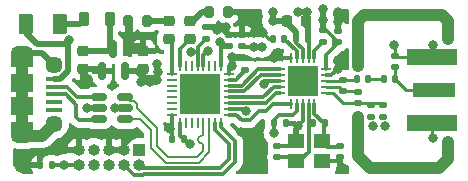
<source format=gbr>
%TF.GenerationSoftware,KiCad,Pcbnew,(6.0.1)*%
%TF.CreationDate,2022-05-09T00:38:21+05:45*%
%TF.ProjectId,ST_RF,53545f52-462e-46b6-9963-61645f706362,rev?*%
%TF.SameCoordinates,Original*%
%TF.FileFunction,Copper,L1,Top*%
%TF.FilePolarity,Positive*%
%FSLAX46Y46*%
G04 Gerber Fmt 4.6, Leading zero omitted, Abs format (unit mm)*
G04 Created by KiCad (PCBNEW (6.0.1)) date 2022-05-09 00:38:21*
%MOMM*%
%LPD*%
G01*
G04 APERTURE LIST*
G04 Aperture macros list*
%AMRoundRect*
0 Rectangle with rounded corners*
0 $1 Rounding radius*
0 $2 $3 $4 $5 $6 $7 $8 $9 X,Y pos of 4 corners*
0 Add a 4 corners polygon primitive as box body*
4,1,4,$2,$3,$4,$5,$6,$7,$8,$9,$2,$3,0*
0 Add four circle primitives for the rounded corners*
1,1,$1+$1,$2,$3*
1,1,$1+$1,$4,$5*
1,1,$1+$1,$6,$7*
1,1,$1+$1,$8,$9*
0 Add four rect primitives between the rounded corners*
20,1,$1+$1,$2,$3,$4,$5,0*
20,1,$1+$1,$4,$5,$6,$7,0*
20,1,$1+$1,$6,$7,$8,$9,0*
20,1,$1+$1,$8,$9,$2,$3,0*%
G04 Aperture macros list end*
%TA.AperFunction,ComponentPad*%
%ADD10O,1.000000X1.000000*%
%TD*%
%TA.AperFunction,ComponentPad*%
%ADD11R,1.000000X1.000000*%
%TD*%
%TA.AperFunction,SMDPad,CuDef*%
%ADD12R,1.400000X1.200000*%
%TD*%
%TA.AperFunction,SMDPad,CuDef*%
%ADD13RoundRect,0.062500X-0.062500X0.375000X-0.062500X-0.375000X0.062500X-0.375000X0.062500X0.375000X0*%
%TD*%
%TA.AperFunction,SMDPad,CuDef*%
%ADD14RoundRect,0.062500X-0.375000X0.062500X-0.375000X-0.062500X0.375000X-0.062500X0.375000X0.062500X0*%
%TD*%
%TA.AperFunction,SMDPad,CuDef*%
%ADD15R,3.450000X3.450000*%
%TD*%
%TA.AperFunction,SMDPad,CuDef*%
%ADD16RoundRect,0.150000X0.512500X0.150000X-0.512500X0.150000X-0.512500X-0.150000X0.512500X-0.150000X0*%
%TD*%
%TA.AperFunction,SMDPad,CuDef*%
%ADD17R,2.500000X2.500000*%
%TD*%
%TA.AperFunction,SMDPad,CuDef*%
%ADD18RoundRect,0.062500X-0.062500X-0.350000X0.062500X-0.350000X0.062500X0.350000X-0.062500X0.350000X0*%
%TD*%
%TA.AperFunction,SMDPad,CuDef*%
%ADD19RoundRect,0.062500X-0.350000X-0.062500X0.350000X-0.062500X0.350000X0.062500X-0.350000X0.062500X0*%
%TD*%
%TA.AperFunction,SMDPad,CuDef*%
%ADD20RoundRect,0.150000X0.150000X-0.587500X0.150000X0.587500X-0.150000X0.587500X-0.150000X-0.587500X0*%
%TD*%
%TA.AperFunction,SMDPad,CuDef*%
%ADD21RoundRect,0.200000X-0.200000X-0.275000X0.200000X-0.275000X0.200000X0.275000X-0.200000X0.275000X0*%
%TD*%
%TA.AperFunction,SMDPad,CuDef*%
%ADD22RoundRect,0.200000X0.200000X0.275000X-0.200000X0.275000X-0.200000X-0.275000X0.200000X-0.275000X0*%
%TD*%
%TA.AperFunction,SMDPad,CuDef*%
%ADD23RoundRect,0.135000X0.185000X-0.135000X0.185000X0.135000X-0.185000X0.135000X-0.185000X-0.135000X0*%
%TD*%
%TA.AperFunction,SMDPad,CuDef*%
%ADD24RoundRect,0.135000X0.135000X0.185000X-0.135000X0.185000X-0.135000X-0.185000X0.135000X-0.185000X0*%
%TD*%
%TA.AperFunction,SMDPad,CuDef*%
%ADD25RoundRect,0.135000X-0.185000X0.135000X-0.185000X-0.135000X0.185000X-0.135000X0.185000X0.135000X0*%
%TD*%
%TA.AperFunction,SMDPad,CuDef*%
%ADD26RoundRect,0.147500X-0.172500X0.147500X-0.172500X-0.147500X0.172500X-0.147500X0.172500X0.147500X0*%
%TD*%
%TA.AperFunction,SMDPad,CuDef*%
%ADD27RoundRect,0.147500X-0.147500X-0.172500X0.147500X-0.172500X0.147500X0.172500X-0.147500X0.172500X0*%
%TD*%
%TA.AperFunction,SMDPad,CuDef*%
%ADD28RoundRect,0.147500X0.172500X-0.147500X0.172500X0.147500X-0.172500X0.147500X-0.172500X-0.147500X0*%
%TD*%
%TA.AperFunction,SMDPad,CuDef*%
%ADD29R,3.600000X1.270000*%
%TD*%
%TA.AperFunction,SMDPad,CuDef*%
%ADD30R,4.200000X1.350000*%
%TD*%
%TA.AperFunction,SMDPad,CuDef*%
%ADD31R,1.350000X0.400000*%
%TD*%
%TA.AperFunction,SMDPad,CuDef*%
%ADD32R,1.900000X1.500000*%
%TD*%
%TA.AperFunction,SMDPad,CuDef*%
%ADD33R,1.900000X1.200000*%
%TD*%
%TA.AperFunction,ComponentPad*%
%ADD34O,1.900000X1.200000*%
%TD*%
%TA.AperFunction,ComponentPad*%
%ADD35C,1.450000*%
%TD*%
%TA.AperFunction,SMDPad,CuDef*%
%ADD36RoundRect,0.218750X-0.218750X-0.381250X0.218750X-0.381250X0.218750X0.381250X-0.218750X0.381250X0*%
%TD*%
%TA.AperFunction,SMDPad,CuDef*%
%ADD37RoundRect,0.250000X-0.375000X-0.625000X0.375000X-0.625000X0.375000X0.625000X-0.375000X0.625000X0*%
%TD*%
%TA.AperFunction,SMDPad,CuDef*%
%ADD38RoundRect,0.218750X-0.256250X0.218750X-0.256250X-0.218750X0.256250X-0.218750X0.256250X0.218750X0*%
%TD*%
%TA.AperFunction,SMDPad,CuDef*%
%ADD39RoundRect,0.140000X0.170000X-0.140000X0.170000X0.140000X-0.170000X0.140000X-0.170000X-0.140000X0*%
%TD*%
%TA.AperFunction,SMDPad,CuDef*%
%ADD40RoundRect,0.140000X-0.140000X-0.170000X0.140000X-0.170000X0.140000X0.170000X-0.140000X0.170000X0*%
%TD*%
%TA.AperFunction,SMDPad,CuDef*%
%ADD41RoundRect,0.140000X0.140000X0.170000X-0.140000X0.170000X-0.140000X-0.170000X0.140000X-0.170000X0*%
%TD*%
%TA.AperFunction,SMDPad,CuDef*%
%ADD42RoundRect,0.140000X-0.170000X0.140000X-0.170000X-0.140000X0.170000X-0.140000X0.170000X0.140000X0*%
%TD*%
%TA.AperFunction,SMDPad,CuDef*%
%ADD43RoundRect,0.225000X0.250000X-0.225000X0.250000X0.225000X-0.250000X0.225000X-0.250000X-0.225000X0*%
%TD*%
%TA.AperFunction,SMDPad,CuDef*%
%ADD44RoundRect,0.225000X-0.225000X-0.250000X0.225000X-0.250000X0.225000X0.250000X-0.225000X0.250000X0*%
%TD*%
%TA.AperFunction,SMDPad,CuDef*%
%ADD45RoundRect,0.225000X-0.250000X0.225000X-0.250000X-0.225000X0.250000X-0.225000X0.250000X0.225000X0*%
%TD*%
%TA.AperFunction,ViaPad*%
%ADD46C,0.800000*%
%TD*%
%TA.AperFunction,Conductor*%
%ADD47C,0.500000*%
%TD*%
%TA.AperFunction,Conductor*%
%ADD48C,1.000000*%
%TD*%
%TA.AperFunction,Conductor*%
%ADD49C,0.300000*%
%TD*%
%TA.AperFunction,Conductor*%
%ADD50C,0.293370*%
%TD*%
%TA.AperFunction,Conductor*%
%ADD51C,0.200000*%
%TD*%
G04 APERTURE END LIST*
D10*
%TO.P,J3,10,Pin_10*%
%TO.N,NRST*%
X31496000Y-41910000D03*
%TO.P,J3,9,Pin_9*%
%TO.N,GND*%
X31496000Y-40640000D03*
%TO.P,J3,8,Pin_8*%
%TO.N,unconnected-(J3-Pad8)*%
X32766000Y-41910000D03*
%TO.P,J3,7,Pin_7*%
%TO.N,unconnected-(J3-Pad7)*%
X32766000Y-40640000D03*
%TO.P,J3,6,Pin_6*%
%TO.N,unconnected-(J3-Pad6)*%
X34036000Y-41910000D03*
%TO.P,J3,5,Pin_5*%
%TO.N,GND*%
X34036000Y-40640000D03*
%TO.P,J3,4,Pin_4*%
%TO.N,SW_CLK*%
X35306000Y-41910000D03*
%TO.P,J3,3,Pin_3*%
%TO.N,GND*%
X35306000Y-40640000D03*
%TO.P,J3,2,Pin_2*%
%TO.N,SW_DIO*%
X36576000Y-41910000D03*
D11*
%TO.P,J3,1,Pin_1*%
%TO.N,+3V3*%
X36576000Y-40640000D03*
%TD*%
D12*
%TO.P,Y1,1,1*%
%TO.N,NRF_XC1*%
X52042400Y-39917000D03*
%TO.P,Y1,2,2*%
%TO.N,GND*%
X49842400Y-39917000D03*
%TO.P,Y1,3,3*%
%TO.N,NRF_XC2*%
X49842400Y-41617000D03*
%TO.P,Y1,4,4*%
%TO.N,GND*%
X52042400Y-41617000D03*
%TD*%
D13*
%TO.P,U4,1,VDD*%
%TO.N,+3V3*%
X43533000Y-33503500D03*
%TO.P,U4,2,PC14*%
%TO.N,unconnected-(U4-Pad2)*%
X43033000Y-33503500D03*
%TO.P,U4,3,PC15*%
%TO.N,unconnected-(U4-Pad3)*%
X42533000Y-33503500D03*
%TO.P,U4,4,NRST*%
%TO.N,NRST*%
X42033000Y-33503500D03*
%TO.P,U4,5,VDDA*%
%TO.N,+3V3*%
X41533000Y-33503500D03*
%TO.P,U4,6,PA0*%
%TO.N,unconnected-(U4-Pad6)*%
X41033000Y-33503500D03*
%TO.P,U4,7,PA1*%
%TO.N,unconnected-(U4-Pad7)*%
X40533000Y-33503500D03*
%TO.P,U4,8,PA2*%
%TO.N,Net-(D2-Pad2)*%
X40033000Y-33503500D03*
D14*
%TO.P,U4,9,PA3*%
%TO.N,Net-(D1-Pad2)*%
X39345500Y-34191000D03*
%TO.P,U4,10,PA4*%
%TO.N,unconnected-(U4-Pad10)*%
X39345500Y-34691000D03*
%TO.P,U4,11,PA5*%
%TO.N,unconnected-(U4-Pad11)*%
X39345500Y-35191000D03*
%TO.P,U4,12,PA6*%
%TO.N,unconnected-(U4-Pad12)*%
X39345500Y-35691000D03*
%TO.P,U4,13,PA7*%
%TO.N,unconnected-(U4-Pad13)*%
X39345500Y-36191000D03*
%TO.P,U4,14,PB0*%
%TO.N,unconnected-(U4-Pad14)*%
X39345500Y-36691000D03*
%TO.P,U4,15,PB1*%
%TO.N,unconnected-(U4-Pad15)*%
X39345500Y-37191000D03*
%TO.P,U4,16,VSS*%
%TO.N,GND*%
X39345500Y-37691000D03*
D13*
%TO.P,U4,17,VDD*%
%TO.N,+3V3*%
X40033000Y-38378500D03*
%TO.P,U4,18,PA8*%
%TO.N,unconnected-(U4-Pad18)*%
X40533000Y-38378500D03*
%TO.P,U4,19,PA9*%
%TO.N,unconnected-(U4-Pad19)*%
X41033000Y-38378500D03*
%TO.P,U4,20,PA10*%
%TO.N,unconnected-(U4-Pad20)*%
X41533000Y-38378500D03*
%TO.P,U4,21,PA11*%
%TO.N,USB_D-*%
X42033000Y-38378500D03*
%TO.P,U4,22,PA12*%
%TO.N,USB_D+*%
X42533000Y-38378500D03*
%TO.P,U4,23,PA13*%
%TO.N,SW_DIO*%
X43033000Y-38378500D03*
%TO.P,U4,24,PA14*%
%TO.N,SW_CLK*%
X43533000Y-38378500D03*
D14*
%TO.P,U4,25,PA15*%
%TO.N,NRF_IRQ*%
X44220500Y-37691000D03*
%TO.P,U4,26,PB3*%
%TO.N,SPI_SCK*%
X44220500Y-37191000D03*
%TO.P,U4,27,PB4*%
%TO.N,SPI_MISO*%
X44220500Y-36691000D03*
%TO.P,U4,28,PB5*%
%TO.N,SPI_MOSI*%
X44220500Y-36191000D03*
%TO.P,U4,29,PB6*%
%TO.N,SPI_CS*%
X44220500Y-35691000D03*
%TO.P,U4,30,PB7*%
%TO.N,NRF_CE*%
X44220500Y-35191000D03*
%TO.P,U4,31,PH3*%
%TO.N,Net-(R3-Pad1)*%
X44220500Y-34691000D03*
%TO.P,U4,32,VSS*%
%TO.N,GND*%
X44220500Y-34191000D03*
D15*
%TO.P,U4,33,VSS*%
X41783000Y-35941000D03*
%TD*%
D16*
%TO.P,U3,6,I/O1*%
%TO.N,USB_CONN_D+*%
X33152500Y-38034000D03*
%TO.P,U3,5,VBUS*%
%TO.N,+5V*%
X33152500Y-37084000D03*
%TO.P,U3,4,I/O2*%
%TO.N,USB_CONN_D-*%
X33152500Y-36134000D03*
%TO.P,U3,3,I/O2*%
%TO.N,USB_D-*%
X35427500Y-36134000D03*
%TO.P,U3,2,GND*%
%TO.N,GND*%
X35427500Y-37084000D03*
%TO.P,U3,1,I/O1*%
%TO.N,USB_D+*%
X35427500Y-38034000D03*
%TD*%
D17*
%TO.P,U2,21*%
%TO.N,N/C*%
X50434400Y-34798000D03*
D18*
%TO.P,U2,20,VSS*%
%TO.N,GND*%
X49434400Y-32860500D03*
%TO.P,U2,19,DVDD*%
%TO.N,Net-(C1-Pad1)*%
X49934400Y-32860500D03*
%TO.P,U2,18,VDD*%
%TO.N,+3V3*%
X50434400Y-32860500D03*
%TO.P,U2,17,VSS*%
%TO.N,GND*%
X50934400Y-32860500D03*
%TO.P,U2,16,IREF*%
%TO.N,Net-(R1-Pad2)*%
X51434400Y-32860500D03*
D19*
%TO.P,U2,15,VDD*%
%TO.N,+3V3*%
X52371900Y-33798000D03*
%TO.P,U2,14,VSS*%
%TO.N,GND*%
X52371900Y-34298000D03*
%TO.P,U2,13,ANT2*%
%TO.N,NRF_ANT2*%
X52371900Y-34798000D03*
%TO.P,U2,12,ANT1*%
%TO.N,NRF_ANT1*%
X52371900Y-35298000D03*
%TO.P,U2,11,VDD_PA*%
%TO.N,NRF_VDD_PA*%
X52371900Y-35798000D03*
D18*
%TO.P,U2,10,XC1*%
%TO.N,NRF_XC1*%
X51434400Y-36735500D03*
%TO.P,U2,9,XC2*%
%TO.N,NRF_XC2*%
X50934400Y-36735500D03*
%TO.P,U2,8,VSS*%
%TO.N,GND*%
X50434400Y-36735500D03*
%TO.P,U2,7,VDD*%
%TO.N,+3V3*%
X49934400Y-36735500D03*
%TO.P,U2,6,IRQ*%
%TO.N,NRF_IRQ*%
X49434400Y-36735500D03*
D19*
%TO.P,U2,5,MISO*%
%TO.N,SPI_MISO*%
X48496900Y-35798000D03*
%TO.P,U2,4,MOSI*%
%TO.N,SPI_MOSI*%
X48496900Y-35298000D03*
%TO.P,U2,3,SCK*%
%TO.N,SPI_SCK*%
X48496900Y-34798000D03*
%TO.P,U2,2,CSN*%
%TO.N,SPI_CS*%
X48496900Y-34298000D03*
%TO.P,U2,1,CE*%
%TO.N,NRF_CE*%
X48496900Y-33798000D03*
%TD*%
D20*
%TO.P,U1,1,GND*%
%TO.N,GND*%
X33467000Y-33957500D03*
%TO.P,U1,2,VO*%
%TO.N,+3V3*%
X35367000Y-33957500D03*
%TO.P,U1,3,VI*%
%TO.N,Net-(C2-Pad1)*%
X34417000Y-32082500D03*
%TD*%
D21*
%TO.P,R5,1*%
%TO.N,Net-(D2-Pad1)*%
X42482000Y-28956000D03*
%TO.P,R5,2*%
%TO.N,GND*%
X44132000Y-28956000D03*
%TD*%
D22*
%TO.P,R4,1*%
%TO.N,Net-(D1-Pad1)*%
X37274000Y-29718000D03*
%TO.P,R4,2*%
%TO.N,GND*%
X35624000Y-29718000D03*
%TD*%
D23*
%TO.P,R3,1*%
%TO.N,Net-(R3-Pad1)*%
X45542200Y-33911000D03*
%TO.P,R3,2*%
%TO.N,GND*%
X45542200Y-32891000D03*
%TD*%
D24*
%TO.P,R2,1*%
%TO.N,NRF_XC1*%
X52325400Y-38354000D03*
%TO.P,R2,2*%
%TO.N,NRF_XC2*%
X51305400Y-38354000D03*
%TD*%
D25*
%TO.P,R1,1*%
%TO.N,+3V3*%
X52196400Y-30478000D03*
%TO.P,R1,2*%
%TO.N,Net-(R1-Pad2)*%
X52196400Y-31498000D03*
%TD*%
D26*
%TO.P,L3,1,1*%
%TO.N,NRF_ANT1*%
X55117400Y-35710000D03*
%TO.P,L3,2,2*%
%TO.N,NRF_VDD_PA*%
X55117400Y-36680000D03*
%TD*%
D27*
%TO.P,L2,1,1*%
%TO.N,NRF_ANT2*%
X55013400Y-34671000D03*
%TO.P,L2,2,2*%
%TO.N,Net-(C12-Pad1)*%
X55983400Y-34671000D03*
%TD*%
D28*
%TO.P,L1,1,1*%
%TO.N,NRF_ANT1*%
X53863400Y-35664000D03*
%TO.P,L1,2,2*%
%TO.N,NRF_ANT2*%
X53863400Y-34694000D03*
%TD*%
D29*
%TO.P,J2,1,In*%
%TO.N,Net-(C12-Pad2)*%
X61577500Y-35560000D03*
D30*
%TO.P,J2,2,Ext*%
%TO.N,GND*%
X61377500Y-32735000D03*
X61377500Y-38385000D03*
%TD*%
D31*
%TO.P,J1,1,VBUS*%
%TO.N,+5V*%
X29402500Y-34641000D03*
%TO.P,J1,2,D-*%
%TO.N,USB_CONN_D-*%
X29402500Y-35291000D03*
%TO.P,J1,3,D+*%
%TO.N,USB_CONN_D+*%
X29402500Y-35941000D03*
%TO.P,J1,4,ID*%
%TO.N,unconnected-(J1-Pad4)*%
X29402500Y-36591000D03*
%TO.P,J1,5,GND*%
%TO.N,GND*%
X29402500Y-37241000D03*
D32*
%TO.P,J1,6,Shield*%
%TO.N,unconnected-(J1-Pad6)*%
X26702500Y-34941000D03*
D33*
X26702500Y-38841000D03*
D34*
X26702500Y-39441000D03*
D35*
X29402500Y-33441000D03*
D34*
X26702500Y-32441000D03*
D33*
X26702500Y-33041000D03*
D35*
X29402500Y-38441000D03*
D32*
X26702500Y-36941000D03*
%TD*%
D36*
%TO.P,FB1,1*%
%TO.N,Net-(F1-Pad2)*%
X31957500Y-29591000D03*
%TO.P,FB1,2*%
%TO.N,Net-(C2-Pad1)*%
X34082500Y-29591000D03*
%TD*%
D37*
%TO.P,F1,1*%
%TO.N,+5V*%
X27048000Y-29972000D03*
%TO.P,F1,2*%
%TO.N,Net-(F1-Pad2)*%
X29848000Y-29972000D03*
%TD*%
D38*
%TO.P,D2,1,K*%
%TO.N,Net-(D2-Pad1)*%
X40894000Y-29692500D03*
%TO.P,D2,2,A*%
%TO.N,Net-(D2-Pad2)*%
X40894000Y-31267500D03*
%TD*%
%TO.P,D1,1,K*%
%TO.N,Net-(D1-Pad1)*%
X39116000Y-29692500D03*
%TO.P,D1,2,A*%
%TO.N,Net-(D1-Pad2)*%
X39116000Y-31267500D03*
%TD*%
D39*
%TO.P,C18,1*%
%TO.N,+3V3*%
X44196000Y-31849000D03*
%TO.P,C18,2*%
%TO.N,GND*%
X44196000Y-30889000D03*
%TD*%
D40*
%TO.P,C17,1*%
%TO.N,GND*%
X28222000Y-41910000D03*
%TO.P,C17,2*%
%TO.N,NRST*%
X29182000Y-41910000D03*
%TD*%
D41*
%TO.P,C16,2*%
%TO.N,GND*%
X39398000Y-39751000D03*
%TO.P,C16,1*%
%TO.N,+3V3*%
X40358000Y-39751000D03*
%TD*%
D39*
%TO.P,C15,1*%
%TO.N,+3V3*%
X42265600Y-31214000D03*
%TO.P,C15,2*%
%TO.N,GND*%
X42265600Y-30254000D03*
%TD*%
%TO.P,C14,1*%
%TO.N,+3V3*%
X45339000Y-31849000D03*
%TO.P,C14,2*%
%TO.N,GND*%
X45339000Y-30889000D03*
%TD*%
D42*
%TO.P,C13,1*%
%TO.N,GND*%
X58292400Y-32667000D03*
%TO.P,C13,2*%
%TO.N,Net-(C12-Pad2)*%
X58292400Y-33627000D03*
%TD*%
D40*
%TO.P,C12,1*%
%TO.N,Net-(C12-Pad1)*%
X57304400Y-34671000D03*
%TO.P,C12,2*%
%TO.N,Net-(C12-Pad2)*%
X58264400Y-34671000D03*
%TD*%
D39*
%TO.P,C11,1*%
%TO.N,GND*%
X56260400Y-37818000D03*
%TO.P,C11,2*%
%TO.N,NRF_VDD_PA*%
X56260400Y-36858000D03*
%TD*%
%TO.P,C10,1*%
%TO.N,NRF_XC2*%
X48275400Y-41247000D03*
%TO.P,C10,2*%
%TO.N,GND*%
X48275400Y-40287000D03*
%TD*%
%TO.P,C9,1*%
%TO.N,GND*%
X57276400Y-37818000D03*
%TO.P,C9,2*%
%TO.N,NRF_VDD_PA*%
X57276400Y-36858000D03*
%TD*%
D42*
%TO.P,C8,1*%
%TO.N,NRF_XC1*%
X53609400Y-40287000D03*
%TO.P,C8,2*%
%TO.N,GND*%
X53609400Y-41247000D03*
%TD*%
D40*
%TO.P,C7,2*%
%TO.N,GND*%
X48993400Y-38354000D03*
%TO.P,C7,1*%
%TO.N,+3V3*%
X48033400Y-38354000D03*
%TD*%
D39*
%TO.P,C6,1*%
%TO.N,+3V3*%
X53466400Y-31496000D03*
%TO.P,C6,2*%
%TO.N,GND*%
X53466400Y-30536000D03*
%TD*%
D43*
%TO.P,C5,1*%
%TO.N,+3V3*%
X36957000Y-33795000D03*
%TO.P,C5,2*%
%TO.N,GND*%
X36957000Y-32245000D03*
%TD*%
D40*
%TO.P,C4,1*%
%TO.N,+3V3*%
X49910400Y-31242000D03*
%TO.P,C4,2*%
%TO.N,GND*%
X50870400Y-31242000D03*
%TD*%
D44*
%TO.P,C3,1*%
%TO.N,+3V3*%
X49135400Y-29718000D03*
%TO.P,C3,2*%
%TO.N,GND*%
X50685400Y-29718000D03*
%TD*%
D45*
%TO.P,C2,1*%
%TO.N,Net-(C2-Pad1)*%
X31877000Y-32245000D03*
%TO.P,C2,2*%
%TO.N,GND*%
X31877000Y-33795000D03*
%TD*%
D41*
%TO.P,C1,1*%
%TO.N,Net-(C1-Pad1)*%
X48866400Y-31242000D03*
%TO.P,C1,2*%
%TO.N,GND*%
X47906400Y-31242000D03*
%TD*%
D46*
%TO.N,GND*%
X55118000Y-37846000D03*
X55626000Y-41656000D03*
X62230000Y-41910000D03*
X62738000Y-40132000D03*
X62738000Y-31242000D03*
X62230000Y-29210000D03*
X55372000Y-29464000D03*
X55118000Y-33528000D03*
X61468000Y-31750000D03*
X58166000Y-31750000D03*
X61468000Y-39624000D03*
X57404000Y-38608000D03*
X56388000Y-38608000D03*
X50800000Y-28956000D03*
X50038000Y-28956000D03*
X42672000Y-35814000D03*
X41783000Y-35941000D03*
X40894000Y-35814000D03*
X53848000Y-42164000D03*
X45212000Y-39116000D03*
%TO.N,NRST*%
X30226000Y-41910000D03*
%TO.N,GND*%
X31496000Y-39370000D03*
X36068000Y-39370000D03*
X35306000Y-39370000D03*
X43942000Y-30226000D03*
X43180000Y-30480000D03*
%TO.N,+3V3*%
X43434000Y-31496000D03*
%TO.N,NRST*%
X42418000Y-32258000D03*
%TO.N,+5V*%
X30657800Y-31369000D03*
%TO.N,GND*%
X32232600Y-34620200D03*
%TO.N,+3V3*%
X48031400Y-39217600D03*
%TO.N,GND*%
X48006000Y-32867600D03*
%TO.N,SPI_SCK*%
X45618400Y-37388800D03*
X47172548Y-35052248D03*
%TO.N,GND*%
X53416200Y-33756600D03*
X53416200Y-33020000D03*
X53441600Y-28956000D03*
X53467000Y-29845000D03*
%TO.N,+3V3*%
X52171600Y-28702000D03*
X52171600Y-29616400D03*
X40995600Y-32334200D03*
X47904400Y-29692600D03*
X47904400Y-28956000D03*
%TO.N,GND*%
X45288200Y-29210000D03*
X45313600Y-29870400D03*
X47040800Y-30708600D03*
X46329600Y-30734000D03*
%TO.N,+3V3*%
X47015400Y-31927800D03*
X46329600Y-31927800D03*
%TO.N,GND*%
X44450000Y-32791400D03*
X44450000Y-33528000D03*
%TO.N,+3V3*%
X38100000Y-34721800D03*
X38125400Y-33375600D03*
X38150800Y-34010600D03*
%TO.N,GND*%
X35788600Y-31877000D03*
X35788600Y-31089600D03*
%TO.N,+3V3*%
X37541200Y-34925000D03*
X36728400Y-34899600D03*
%TO.N,GND*%
X34544000Y-37084000D03*
%TO.N,+5V*%
X32181800Y-37109400D03*
%TO.N,GND*%
X39243000Y-38862000D03*
%TO.N,+3V3*%
X40894000Y-40132000D03*
%TO.N,GND*%
X50037400Y-38608000D03*
%TD*%
D47*
%TO.N,GND*%
X45288200Y-29845000D02*
X45313600Y-29870400D01*
X45288200Y-29286200D02*
X45288200Y-29845000D01*
X44958000Y-28956000D02*
X45288200Y-29286200D01*
X44132000Y-28956000D02*
X44958000Y-28956000D01*
%TO.N,Net-(D2-Pad1)*%
X40894000Y-29692500D02*
X41173500Y-29692500D01*
X41173500Y-29692500D02*
X41910000Y-28956000D01*
X41910000Y-28956000D02*
X42482000Y-28956000D01*
%TO.N,GND*%
X50685400Y-29070600D02*
X50800000Y-28956000D01*
X50685400Y-29718000D02*
X50685400Y-29070600D01*
X50038000Y-28956000D02*
X50800000Y-28956000D01*
%TO.N,unconnected-(J1-Pad6)*%
X28402500Y-32441000D02*
X29402500Y-33441000D01*
X26702500Y-32441000D02*
X28402500Y-32441000D01*
D48*
X28402500Y-39441000D02*
X29402500Y-38441000D01*
X26702500Y-39441000D02*
X28402500Y-39441000D01*
X26702500Y-32441000D02*
X26702500Y-39441000D01*
D49*
%TO.N,GND*%
X53416200Y-33756600D02*
X53416200Y-33020000D01*
%TO.N,+3V3*%
X40995600Y-32334200D02*
X41486200Y-32334200D01*
D50*
%TO.N,GND*%
X61377500Y-38385000D02*
X61377500Y-39533500D01*
X61377500Y-39533500D02*
X61468000Y-39624000D01*
X61468000Y-32644500D02*
X61468000Y-31750000D01*
X61377500Y-32735000D02*
X61468000Y-32644500D01*
X58360400Y-32735000D02*
X61377500Y-32735000D01*
X58292400Y-32667000D02*
X58360400Y-32735000D01*
%TO.N,Net-(C12-Pad2)*%
X59153400Y-35560000D02*
X61577500Y-35560000D01*
X58264400Y-34671000D02*
X59153400Y-35560000D01*
D48*
%TO.N,GND*%
X62738000Y-41402000D02*
X62738000Y-40013511D01*
X61976000Y-42164000D02*
X62738000Y-41402000D01*
X56134000Y-42164000D02*
X61976000Y-42164000D01*
X55118000Y-41148000D02*
X56134000Y-42164000D01*
X55118000Y-37846000D02*
X55118000Y-41148000D01*
D50*
X57276400Y-38480400D02*
X57404000Y-38608000D01*
X56388000Y-38608000D02*
X56134000Y-38608000D01*
D48*
X62738000Y-29718000D02*
X62738000Y-31242000D01*
X62230000Y-29210000D02*
X62738000Y-29718000D01*
X55626000Y-29210000D02*
X62230000Y-29210000D01*
X55118000Y-29718000D02*
X55626000Y-29210000D01*
X55118000Y-33528000D02*
X55118000Y-29718000D01*
D49*
%TO.N,SW_CLK*%
X44704000Y-39878000D02*
X43533000Y-38707000D01*
X43683953Y-42676047D02*
X44704000Y-41656000D01*
X36927880Y-42759511D02*
X37011344Y-42676047D01*
X37011344Y-42676047D02*
X43683953Y-42676047D01*
X43533000Y-38707000D02*
X43533000Y-38378500D01*
X36155511Y-42759511D02*
X36927880Y-42759511D01*
X44704000Y-41656000D02*
X44704000Y-39878000D01*
X35306000Y-41910000D02*
X36155511Y-42759511D01*
%TO.N,SW_DIO*%
X36842527Y-42176527D02*
X36576000Y-41910000D01*
X44196000Y-40132000D02*
X44196000Y-41402000D01*
X43033000Y-38969000D02*
X44196000Y-40132000D01*
X44196000Y-41402000D02*
X43421473Y-42176527D01*
X43421473Y-42176527D02*
X36842527Y-42176527D01*
X43033000Y-38378500D02*
X43033000Y-38969000D01*
D51*
%TO.N,USB_D+*%
X38868807Y-41727007D02*
X37621000Y-40479200D01*
X41649193Y-41727007D02*
X38868807Y-41727007D01*
X37621000Y-38963897D02*
X36691103Y-38034000D01*
X36691103Y-38034000D02*
X35427500Y-38034000D01*
X42533000Y-40843200D02*
X41649193Y-41727007D01*
X42533000Y-38378500D02*
X42533000Y-40843200D01*
X37621000Y-40479200D02*
X37621000Y-38963897D01*
%TO.N,USB_D-*%
X35777980Y-36484480D02*
X35427500Y-36134000D01*
X36126197Y-36484480D02*
X35777980Y-36484480D01*
X36389520Y-36747803D02*
X36126197Y-36484480D01*
X36389520Y-37096020D02*
X36389520Y-36747803D01*
X38071000Y-38777500D02*
X36389520Y-37096020D01*
X38071000Y-40292800D02*
X38071000Y-38777500D01*
X39055207Y-41277007D02*
X38071000Y-40292800D01*
X41462793Y-41277007D02*
X39055207Y-41277007D01*
X42033000Y-40706800D02*
X41462793Y-41277007D01*
X42033000Y-40439000D02*
X42033000Y-40706800D01*
X42033000Y-40289000D02*
X42033000Y-40439000D01*
X42033000Y-38378500D02*
X42033000Y-39239000D01*
X41808000Y-40064000D02*
G75*
G02*
X41583000Y-39839000I0J225000D01*
G01*
X41583000Y-39689000D02*
G75*
G02*
X41808000Y-39464000I225000J0D01*
G01*
X41583000Y-39689000D02*
X41583000Y-39839000D01*
X42033000Y-40289000D02*
G75*
G03*
X41808000Y-40064000I-225000J0D01*
G01*
X41808000Y-39464000D02*
G75*
G03*
X42033000Y-39239000I0J225000D01*
G01*
D49*
%TO.N,+3V3*%
X40513000Y-39751000D02*
X40894000Y-40132000D01*
X40358000Y-39751000D02*
X40513000Y-39751000D01*
D47*
%TO.N,GND*%
X34544000Y-37084000D02*
X35427500Y-37084000D01*
D50*
X58292400Y-31876400D02*
X58166000Y-31750000D01*
X58292400Y-32667000D02*
X58292400Y-31876400D01*
X58137400Y-32512000D02*
X58292400Y-32667000D01*
%TO.N,NRF_VDD_PA*%
X57098400Y-36680000D02*
X57276400Y-36858000D01*
X55117400Y-36680000D02*
X57098400Y-36680000D01*
X53861196Y-36680000D02*
X55117400Y-36680000D01*
X52979196Y-35798000D02*
X53861196Y-36680000D01*
X52371900Y-35798000D02*
X52979196Y-35798000D01*
%TO.N,NRF_ANT1*%
X53863400Y-35664000D02*
X55071400Y-35664000D01*
X55071400Y-35664000D02*
X55117400Y-35710000D01*
X53497400Y-35298000D02*
X53863400Y-35664000D01*
X52371900Y-35298000D02*
X53497400Y-35298000D01*
%TO.N,Net-(C12-Pad2)*%
X58264400Y-33655000D02*
X58292400Y-33627000D01*
X58264400Y-34671000D02*
X58264400Y-33655000D01*
%TO.N,Net-(C12-Pad1)*%
X55983400Y-34671000D02*
X57304400Y-34671000D01*
%TO.N,NRF_ANT2*%
X54990400Y-34694000D02*
X55013400Y-34671000D01*
X53863400Y-34694000D02*
X54990400Y-34694000D01*
X52371900Y-34798000D02*
X53759400Y-34798000D01*
X53759400Y-34798000D02*
X53863400Y-34694000D01*
D49*
%TO.N,+3V3*%
X49910400Y-31579572D02*
X50434400Y-32103572D01*
X49910400Y-31242000D02*
X49910400Y-31579572D01*
X50434400Y-32103572D02*
X50434400Y-32860500D01*
%TO.N,GND*%
X48006000Y-32867600D02*
X49427300Y-32867600D01*
X49427300Y-32867600D02*
X49434400Y-32860500D01*
%TO.N,+3V3*%
X53128058Y-31199942D02*
X53128058Y-31792058D01*
X53128058Y-31792058D02*
X53149200Y-31813200D01*
X53149200Y-31813200D02*
X53466400Y-31496000D01*
X52371900Y-32590500D02*
X53149200Y-31813200D01*
X53128058Y-31199942D02*
X53424115Y-31496000D01*
X52406115Y-30478000D02*
X53128058Y-31199942D01*
X52196400Y-30478000D02*
X52406115Y-30478000D01*
X53424115Y-31496000D02*
X53466400Y-31496000D01*
%TO.N,GND*%
X28222000Y-41374000D02*
X28956000Y-40640000D01*
X28956000Y-40640000D02*
X31496000Y-40640000D01*
X28222000Y-41910000D02*
X28222000Y-41374000D01*
%TO.N,NRST*%
X29182000Y-41910000D02*
X30226000Y-41910000D01*
D47*
%TO.N,GND*%
X31496000Y-40640000D02*
X31496000Y-39370000D01*
X34036000Y-40640000D02*
X35306000Y-40640000D01*
X35306000Y-40132000D02*
X35306000Y-39370000D01*
X36068000Y-39370000D02*
X35306000Y-40132000D01*
X35306000Y-40640000D02*
X35306000Y-40132000D01*
X36068000Y-39370000D02*
X35306000Y-39370000D01*
D49*
%TO.N,NRST*%
X30226000Y-41910000D02*
X31496000Y-41910000D01*
D47*
%TO.N,+5V*%
X32181800Y-37109400D02*
X33127100Y-37109400D01*
X33127100Y-37109400D02*
X33152500Y-37084000D01*
D49*
%TO.N,+3V3*%
X43533000Y-33503500D02*
X43533000Y-31595000D01*
X43533000Y-31595000D02*
X43434000Y-31496000D01*
D47*
X43787000Y-31849000D02*
X44196000Y-31849000D01*
X43434000Y-31496000D02*
X43787000Y-31849000D01*
%TO.N,GND*%
X43688000Y-30381000D02*
X44196000Y-30889000D01*
X43688000Y-30226000D02*
X43688000Y-30381000D01*
X42954000Y-30254000D02*
X43180000Y-30480000D01*
X42265600Y-30254000D02*
X42954000Y-30254000D01*
D49*
%TO.N,+3V3*%
X41533000Y-31946600D02*
X42265600Y-31214000D01*
X41533000Y-33503500D02*
X41533000Y-31946600D01*
X42226155Y-31214000D02*
X42265600Y-31214000D01*
%TO.N,NRST*%
X42033000Y-33503500D02*
X42033000Y-32643000D01*
X42033000Y-32643000D02*
X42418000Y-32258000D01*
D47*
%TO.N,+5V*%
X29863510Y-34641000D02*
X29402500Y-34641000D01*
X30657800Y-31369000D02*
X30577011Y-31449789D01*
X27048000Y-30756400D02*
X27048000Y-29972000D01*
X30353000Y-31673800D02*
X27965400Y-31673800D01*
X30577011Y-33927499D02*
X29863510Y-34641000D01*
X27965400Y-31673800D02*
X27048000Y-30756400D01*
X30657800Y-31369000D02*
X30353000Y-31673800D01*
X30577011Y-31449789D02*
X30577011Y-33927499D01*
%TO.N,+3V3*%
X37084000Y-34544000D02*
X37922200Y-34544000D01*
X37922200Y-34544000D02*
X37541200Y-34925000D01*
X36728400Y-34899600D02*
X37084000Y-34544000D01*
X38125400Y-34340800D02*
X37922200Y-34544000D01*
X36957000Y-34467800D02*
X37084000Y-34467800D01*
X37084000Y-34467800D02*
X37541200Y-34925000D01*
X36957000Y-34671000D02*
X36957000Y-34467800D01*
X36728400Y-34899600D02*
X36957000Y-34671000D01*
X35367000Y-33957500D02*
X36446700Y-33957500D01*
X36446700Y-33957500D02*
X36957000Y-34467800D01*
X36957000Y-33795000D02*
X36957000Y-34467800D01*
X36728400Y-34899600D02*
X37922200Y-34899600D01*
X37922200Y-34899600D02*
X38100000Y-34721800D01*
X38100000Y-33401000D02*
X38125400Y-33375600D01*
X38100000Y-34721800D02*
X38100000Y-33401000D01*
X37515800Y-34899600D02*
X37541200Y-34925000D01*
X36728400Y-34899600D02*
X37515800Y-34899600D01*
X38125400Y-33375600D02*
X38125400Y-34340800D01*
X36794500Y-33957500D02*
X36957000Y-33795000D01*
X35367000Y-33957500D02*
X36794500Y-33957500D01*
%TO.N,GND*%
X35788600Y-31877000D02*
X35788600Y-31089600D01*
X35788600Y-29882600D02*
X35624000Y-29718000D01*
X35788600Y-31089600D02*
X35788600Y-29882600D01*
X36589000Y-31877000D02*
X36957000Y-32245000D01*
X35788600Y-31877000D02*
X36589000Y-31877000D01*
X31877000Y-34264600D02*
X32232600Y-34620200D01*
X31877000Y-33795000D02*
X31877000Y-34264600D01*
%TO.N,Net-(D1-Pad1)*%
X39090500Y-29718000D02*
X39116000Y-29692500D01*
X37274000Y-29718000D02*
X39090500Y-29718000D01*
D49*
%TO.N,+3V3*%
X48031400Y-38356000D02*
X48033400Y-38354000D01*
X48031400Y-39217600D02*
X48031400Y-38356000D01*
%TO.N,GND*%
X46174600Y-30889000D02*
X46329600Y-30734000D01*
X45339000Y-30889000D02*
X46174600Y-30889000D01*
X47574200Y-31242000D02*
X47040800Y-30708600D01*
X47906400Y-31242000D02*
X47574200Y-31242000D01*
%TO.N,+3V3*%
X47015400Y-31927800D02*
X46329600Y-31927800D01*
X46329600Y-31927800D02*
X45417800Y-31927800D01*
X45417800Y-31927800D02*
X45339000Y-31849000D01*
%TO.N,GND*%
X44220500Y-34191000D02*
X44220500Y-33503500D01*
X44220500Y-33503500D02*
X44450000Y-33274000D01*
D47*
X45442600Y-32791400D02*
X45542200Y-32891000D01*
X44450000Y-32791400D02*
X45442600Y-32791400D01*
X44450000Y-33274000D02*
X44450000Y-32791400D01*
D49*
%TO.N,NRF_IRQ*%
X47962120Y-36735500D02*
X49434400Y-36735500D01*
X47334220Y-37363400D02*
X47962120Y-36735500D01*
X46710600Y-37363400D02*
X47334220Y-37363400D01*
X45935689Y-38138311D02*
X46710600Y-37363400D01*
X45275711Y-38138311D02*
X45935689Y-38138311D01*
X44828400Y-37691000D02*
X45275711Y-38138311D01*
X44220500Y-37691000D02*
X44828400Y-37691000D01*
%TO.N,SPI_SCK*%
X45420600Y-37191000D02*
X45618400Y-37388800D01*
X44220500Y-37191000D02*
X45420600Y-37191000D01*
%TO.N,SPI_CS*%
X46866841Y-34298000D02*
X48496900Y-34298000D01*
X45473841Y-35691000D02*
X46866841Y-34298000D01*
X44220500Y-35691000D02*
X45473841Y-35691000D01*
%TO.N,SPI_MOSI*%
X47986766Y-35298000D02*
X48496900Y-35298000D01*
X47093766Y-36191000D02*
X47986766Y-35298000D01*
X44220500Y-36191000D02*
X47093766Y-36191000D01*
%TO.N,SPI_MISO*%
X48193194Y-35798000D02*
X48496900Y-35798000D01*
X47300193Y-36691000D02*
X48193194Y-35798000D01*
X44220500Y-36691000D02*
X47300193Y-36691000D01*
%TO.N,SPI_SCK*%
X47172548Y-35052248D02*
X47172548Y-34920252D01*
X47172548Y-34920252D02*
X47294800Y-34798000D01*
X47294800Y-34798000D02*
X48496900Y-34798000D01*
%TO.N,NRF_CE*%
X45267414Y-35191000D02*
X46660414Y-33798000D01*
X46660414Y-33798000D02*
X48496900Y-33798000D01*
X44220500Y-35191000D02*
X45267414Y-35191000D01*
%TO.N,Net-(R3-Pad1)*%
X44762200Y-34691000D02*
X45542200Y-33911000D01*
X44220500Y-34691000D02*
X44762200Y-34691000D01*
%TO.N,GND*%
X52371900Y-34298000D02*
X52874800Y-34298000D01*
X52874800Y-34298000D02*
X53416200Y-33756600D01*
%TO.N,+3V3*%
X52371900Y-33798000D02*
X52371900Y-32590500D01*
D47*
%TO.N,GND*%
X53466400Y-29133200D02*
X53441600Y-29108400D01*
X53466400Y-30536000D02*
X53466400Y-29133200D01*
%TO.N,+3V3*%
X52171600Y-29616400D02*
X52171600Y-30453200D01*
X52171600Y-28956000D02*
X52171600Y-29616400D01*
%TO.N,GND*%
X50901600Y-31210800D02*
X50870400Y-31242000D01*
X50901600Y-30226000D02*
X50901600Y-31210800D01*
X50685400Y-30009800D02*
X50901600Y-30226000D01*
X50685400Y-29718000D02*
X50685400Y-30009800D01*
%TO.N,+3V3*%
X49910400Y-30657200D02*
X49910400Y-31242000D01*
X49135400Y-29718000D02*
X49135400Y-29882200D01*
X49135400Y-29882200D02*
X49910400Y-30657200D01*
X49110000Y-29692600D02*
X49135400Y-29718000D01*
X47904400Y-29692600D02*
X49110000Y-29692600D01*
X47904400Y-29108400D02*
X47904400Y-29692600D01*
D49*
X41486200Y-32334200D02*
X41533000Y-32381000D01*
D47*
%TO.N,GND*%
X33304500Y-33795000D02*
X33467000Y-33957500D01*
X31877000Y-33795000D02*
X33304500Y-33795000D01*
%TO.N,Net-(C2-Pad1)*%
X34082500Y-32135300D02*
X33972800Y-32245000D01*
X34082500Y-31748000D02*
X34082500Y-32135300D01*
X33972800Y-32245000D02*
X34254500Y-32245000D01*
X31877000Y-32245000D02*
X33972800Y-32245000D01*
X34254500Y-32245000D02*
X34417000Y-32082500D01*
X34082500Y-31748000D02*
X34417000Y-32082500D01*
X34082500Y-29591000D02*
X34082500Y-31748000D01*
%TO.N,Net-(F1-Pad2)*%
X29848000Y-29972000D02*
X31576500Y-29972000D01*
X31576500Y-29972000D02*
X31957500Y-29591000D01*
D49*
%TO.N,USB_CONN_D+*%
X33086500Y-38100000D02*
X33152500Y-38034000D01*
X30377500Y-35941000D02*
X31242000Y-36805500D01*
X31242000Y-36805500D02*
X31242000Y-37846000D01*
X29402500Y-35941000D02*
X30377500Y-35941000D01*
X31242000Y-37846000D02*
X31496000Y-38100000D01*
X31496000Y-38100000D02*
X33086500Y-38100000D01*
%TO.N,USB_CONN_D-*%
X31308000Y-36134000D02*
X33152500Y-36134000D01*
X30465000Y-35291000D02*
X31308000Y-36134000D01*
X29402500Y-35291000D02*
X30465000Y-35291000D01*
%TO.N,+3V3*%
X44097000Y-31849000D02*
X44196000Y-31849000D01*
X41533000Y-33503500D02*
X41533000Y-32381000D01*
%TO.N,Net-(D2-Pad2)*%
X40033000Y-33503500D02*
X40033000Y-32128500D01*
X40033000Y-32128500D02*
X40894000Y-31267500D01*
%TO.N,Net-(D1-Pad2)*%
X39345500Y-31497000D02*
X39116000Y-31267500D01*
X39345500Y-34191000D02*
X39345500Y-31497000D01*
%TO.N,Net-(C1-Pad1)*%
X49934400Y-32310000D02*
X48866400Y-31242000D01*
X49934400Y-32860500D02*
X49934400Y-32310000D01*
%TO.N,Net-(R1-Pad2)*%
X51434400Y-32860500D02*
X51434400Y-32260000D01*
X51434400Y-32260000D02*
X52196400Y-31498000D01*
%TO.N,GND*%
X50934400Y-32860500D02*
X50934400Y-31306000D01*
X50934400Y-31306000D02*
X50870400Y-31242000D01*
X39345500Y-39698500D02*
X39398000Y-39751000D01*
X39345500Y-37691000D02*
X39345500Y-39698500D01*
%TO.N,+3V3*%
X40033000Y-38378500D02*
X40033000Y-39426000D01*
X40033000Y-39426000D02*
X40358000Y-39751000D01*
%TO.N,GND*%
X52042400Y-41617000D02*
X53239400Y-41617000D01*
X53239400Y-41617000D02*
X53609400Y-41247000D01*
X49472400Y-40287000D02*
X49842400Y-39917000D01*
X48275400Y-40287000D02*
X49472400Y-40287000D01*
X48993400Y-38354000D02*
X49783400Y-38354000D01*
X49783400Y-38354000D02*
X50037400Y-38608000D01*
%TO.N,NRF_XC2*%
X50934400Y-38362000D02*
X51297400Y-38362000D01*
X51297400Y-38362000D02*
X51305400Y-38354000D01*
X50934400Y-38362000D02*
X50934400Y-40824022D01*
X50934400Y-36735500D02*
X50934400Y-38362000D01*
X50141422Y-41617000D02*
X49842400Y-41617000D01*
X50934400Y-40824022D02*
X50141422Y-41617000D01*
%TO.N,GND*%
X50434400Y-38211000D02*
X50037400Y-38608000D01*
X50434400Y-36735500D02*
X50434400Y-38211000D01*
%TO.N,+3V3*%
X49616183Y-37694480D02*
X48410920Y-37694480D01*
X49934400Y-37376263D02*
X49616183Y-37694480D01*
X48410920Y-37694480D02*
X48005400Y-38100000D01*
X49934400Y-36735500D02*
X49934400Y-37376263D01*
%TO.N,NRF_XC2*%
X49472400Y-41247000D02*
X49842400Y-41617000D01*
X48275400Y-41247000D02*
X49472400Y-41247000D01*
%TO.N,NRF_XC1*%
X52511400Y-40386000D02*
X53510400Y-40386000D01*
X52042400Y-39917000D02*
X52511400Y-40386000D01*
X53510400Y-40386000D02*
X53609400Y-40287000D01*
X52214400Y-39745000D02*
X52042400Y-39917000D01*
X52214400Y-38354000D02*
X52214400Y-39745000D01*
X51434400Y-37574000D02*
X52214400Y-38354000D01*
X51434400Y-36735500D02*
X51434400Y-37574000D01*
%TD*%
%TA.AperFunction,Conductor*%
%TO.N,GND*%
G36*
X30853099Y-38388359D02*
G01*
X30972341Y-38507601D01*
X30980329Y-38516379D01*
X30980338Y-38516389D01*
X30984584Y-38523080D01*
X30990360Y-38528504D01*
X31036273Y-38571619D01*
X31039115Y-38574374D01*
X31059667Y-38594926D01*
X31062801Y-38597357D01*
X31063163Y-38597638D01*
X31072191Y-38605348D01*
X31105867Y-38636972D01*
X31112818Y-38640793D01*
X31112819Y-38640794D01*
X31124655Y-38647301D01*
X31141183Y-38658157D01*
X31158131Y-38671304D01*
X31200545Y-38689659D01*
X31211183Y-38694871D01*
X31233930Y-38707376D01*
X31243725Y-38712760D01*
X31251663Y-38717124D01*
X31259340Y-38719095D01*
X31259345Y-38719097D01*
X31272426Y-38722455D01*
X31291134Y-38728860D01*
X31310823Y-38737380D01*
X31318649Y-38738619D01*
X31318651Y-38738620D01*
X31343159Y-38742501D01*
X31356459Y-38744608D01*
X31368070Y-38747012D01*
X31399107Y-38754981D01*
X31405135Y-38756529D01*
X31405136Y-38756529D01*
X31412812Y-38758500D01*
X31434258Y-38758500D01*
X31453968Y-38760051D01*
X31475151Y-38763406D01*
X31521140Y-38759059D01*
X31532995Y-38758500D01*
X32283348Y-38758500D01*
X32347487Y-38776047D01*
X32369571Y-38789107D01*
X32376399Y-38793145D01*
X32384010Y-38795356D01*
X32384012Y-38795357D01*
X32405904Y-38801717D01*
X32536169Y-38839562D01*
X32542574Y-38840066D01*
X32542579Y-38840067D01*
X32571042Y-38842307D01*
X32571050Y-38842307D01*
X32573498Y-38842500D01*
X33731502Y-38842500D01*
X33733950Y-38842307D01*
X33733958Y-38842307D01*
X33762421Y-38840067D01*
X33762426Y-38840066D01*
X33768831Y-38839562D01*
X33899096Y-38801717D01*
X33920988Y-38795357D01*
X33920990Y-38795356D01*
X33928601Y-38793145D01*
X33980148Y-38762660D01*
X34064980Y-38712491D01*
X34064984Y-38712488D01*
X34071807Y-38708453D01*
X34189453Y-38590807D01*
X34191706Y-38586998D01*
X34247996Y-38546345D01*
X34318888Y-38542494D01*
X34380609Y-38577582D01*
X34387276Y-38585276D01*
X34390547Y-38590807D01*
X34508193Y-38708453D01*
X34515016Y-38712488D01*
X34515020Y-38712491D01*
X34599852Y-38762660D01*
X34651399Y-38793145D01*
X34659010Y-38795356D01*
X34659012Y-38795357D01*
X34680904Y-38801717D01*
X34811169Y-38839562D01*
X34817574Y-38840066D01*
X34817579Y-38840067D01*
X34846042Y-38842307D01*
X34846050Y-38842307D01*
X34848498Y-38842500D01*
X36006502Y-38842500D01*
X36008950Y-38842307D01*
X36008958Y-38842307D01*
X36037421Y-38840067D01*
X36037426Y-38840066D01*
X36043831Y-38839562D01*
X36174096Y-38801717D01*
X36195988Y-38795357D01*
X36195990Y-38795356D01*
X36203601Y-38793145D01*
X36346807Y-38708453D01*
X36349263Y-38705997D01*
X36413505Y-38680774D01*
X36483127Y-38694676D01*
X36513739Y-38717185D01*
X36975595Y-39179040D01*
X37009620Y-39241353D01*
X37012500Y-39268136D01*
X37012500Y-39505500D01*
X36992498Y-39573621D01*
X36938842Y-39620114D01*
X36886500Y-39631500D01*
X36027866Y-39631500D01*
X35965684Y-39638255D01*
X35829295Y-39689385D01*
X35822108Y-39694771D01*
X35814240Y-39699079D01*
X35813105Y-39697006D01*
X35758606Y-39717368D01*
X35700723Y-39707850D01*
X35692620Y-39704444D01*
X35577308Y-39668750D01*
X35563205Y-39668544D01*
X35560000Y-39675299D01*
X35560000Y-40768000D01*
X35539998Y-40836121D01*
X35486342Y-40882614D01*
X35434000Y-40894000D01*
X33908000Y-40894000D01*
X33839879Y-40873998D01*
X33793386Y-40820342D01*
X33782000Y-40768000D01*
X33782000Y-40367885D01*
X34290000Y-40367885D01*
X34294475Y-40383124D01*
X34295865Y-40384329D01*
X34303548Y-40386000D01*
X35033885Y-40386000D01*
X35049124Y-40381525D01*
X35050329Y-40380135D01*
X35052000Y-40372452D01*
X35052000Y-39682076D01*
X35048027Y-39668545D01*
X35040232Y-39667425D01*
X34932479Y-39699138D01*
X34921111Y-39703731D01*
X34756846Y-39789607D01*
X34741426Y-39799697D01*
X34740095Y-39797663D01*
X34684357Y-39820653D01*
X34614508Y-39807943D01*
X34600617Y-39799814D01*
X34596971Y-39797355D01*
X34433924Y-39709196D01*
X34422619Y-39704444D01*
X34307308Y-39668750D01*
X34293205Y-39668544D01*
X34290000Y-39675299D01*
X34290000Y-40367885D01*
X33782000Y-40367885D01*
X33782000Y-39682076D01*
X33778027Y-39668545D01*
X33770232Y-39667425D01*
X33662479Y-39699138D01*
X33651111Y-39703731D01*
X33486846Y-39789607D01*
X33471426Y-39799697D01*
X33470003Y-39797522D01*
X33414864Y-39820314D01*
X33345005Y-39807657D01*
X33335055Y-39801839D01*
X33332675Y-39799870D01*
X33158701Y-39705802D01*
X32969768Y-39647318D01*
X32963643Y-39646674D01*
X32963642Y-39646674D01*
X32779204Y-39627289D01*
X32779202Y-39627289D01*
X32773075Y-39626645D01*
X32690576Y-39634153D01*
X32582251Y-39644011D01*
X32582248Y-39644012D01*
X32576112Y-39644570D01*
X32570206Y-39646308D01*
X32570202Y-39646309D01*
X32493954Y-39668750D01*
X32386381Y-39700410D01*
X32380923Y-39703263D01*
X32380919Y-39703265D01*
X32298466Y-39746371D01*
X32211110Y-39792040D01*
X32206310Y-39795900D01*
X32201153Y-39799274D01*
X32199849Y-39797281D01*
X32143977Y-39820354D01*
X32074122Y-39807674D01*
X32060186Y-39799522D01*
X32056980Y-39797360D01*
X31893924Y-39709196D01*
X31882619Y-39704444D01*
X31767308Y-39668750D01*
X31753205Y-39668544D01*
X31750000Y-39675299D01*
X31750000Y-40768000D01*
X31729998Y-40836121D01*
X31676342Y-40882614D01*
X31624000Y-40894000D01*
X30538282Y-40894000D01*
X30524751Y-40897973D01*
X30523448Y-40907036D01*
X30493955Y-40971616D01*
X30434228Y-41009999D01*
X30372535Y-41012350D01*
X30327946Y-41002873D01*
X30327947Y-41002873D01*
X30321487Y-41001500D01*
X30130513Y-41001500D01*
X30124061Y-41002872D01*
X30124056Y-41002872D01*
X30037112Y-41021353D01*
X29943712Y-41041206D01*
X29937682Y-41043891D01*
X29937681Y-41043891D01*
X29775278Y-41116197D01*
X29775276Y-41116198D01*
X29769248Y-41118882D01*
X29763907Y-41122762D01*
X29763906Y-41122763D01*
X29735900Y-41143111D01*
X29669033Y-41166969D01*
X29597701Y-41149629D01*
X29588424Y-41144143D01*
X29588421Y-41144142D01*
X29581597Y-41140106D01*
X29573986Y-41137895D01*
X29573984Y-41137894D01*
X29491866Y-41114037D01*
X29424254Y-41094394D01*
X29417849Y-41093890D01*
X29417844Y-41093889D01*
X29389940Y-41091693D01*
X29389932Y-41091693D01*
X29387484Y-41091500D01*
X28976516Y-41091500D01*
X28974068Y-41091693D01*
X28974060Y-41091693D01*
X28946156Y-41093889D01*
X28946151Y-41093890D01*
X28939746Y-41094394D01*
X28872134Y-41114037D01*
X28790016Y-41137894D01*
X28790014Y-41137895D01*
X28782403Y-41140106D01*
X28775576Y-41144143D01*
X28775577Y-41144143D01*
X28765647Y-41150015D01*
X28696830Y-41167474D01*
X28637372Y-41150016D01*
X28628222Y-41144605D01*
X28613784Y-41138357D01*
X28493395Y-41103381D01*
X28479295Y-41103421D01*
X28476000Y-41110691D01*
X28476000Y-41388621D01*
X28458454Y-41452760D01*
X28442106Y-41480403D01*
X28439895Y-41488014D01*
X28439894Y-41488016D01*
X28437740Y-41495431D01*
X28396394Y-41637746D01*
X28395890Y-41644151D01*
X28395889Y-41644156D01*
X28393937Y-41668958D01*
X28393500Y-41674516D01*
X28393500Y-42038000D01*
X28373498Y-42106121D01*
X28319842Y-42152614D01*
X28267500Y-42164000D01*
X27453576Y-42164000D01*
X27438781Y-42168344D01*
X27436937Y-42178775D01*
X27438688Y-42188359D01*
X27480357Y-42331784D01*
X27486604Y-42346220D01*
X27565910Y-42480320D01*
X27563343Y-42481838D01*
X27584159Y-42534875D01*
X27570249Y-42604496D01*
X27520908Y-42655545D01*
X27458651Y-42672000D01*
X26973328Y-42672000D01*
X26953943Y-42670500D01*
X26939142Y-42668195D01*
X26939139Y-42668195D01*
X26930270Y-42666814D01*
X26921369Y-42667978D01*
X26921365Y-42667978D01*
X26917621Y-42668468D01*
X26890307Y-42669052D01*
X26809742Y-42662004D01*
X26758551Y-42657525D01*
X26736930Y-42653713D01*
X26587152Y-42613580D01*
X26566516Y-42606069D01*
X26425990Y-42540540D01*
X26406970Y-42529558D01*
X26279954Y-42440621D01*
X26263129Y-42426503D01*
X26153497Y-42316871D01*
X26139379Y-42300046D01*
X26050442Y-42173030D01*
X26039460Y-42154010D01*
X25973931Y-42013484D01*
X25966419Y-41992846D01*
X25947382Y-41921798D01*
X25926287Y-41843070D01*
X25922474Y-41821445D01*
X25911551Y-41696581D01*
X25912103Y-41680121D01*
X25911695Y-41680116D01*
X25911805Y-41671142D01*
X25913186Y-41662270D01*
X25911600Y-41650135D01*
X25910223Y-41639609D01*
X27437232Y-41639609D01*
X27440052Y-41653031D01*
X27451513Y-41656000D01*
X27949885Y-41656000D01*
X27965124Y-41651525D01*
X27966329Y-41650135D01*
X27968000Y-41642452D01*
X27968000Y-41116442D01*
X27964027Y-41102911D01*
X27956129Y-41101776D01*
X27830216Y-41138357D01*
X27815780Y-41144604D01*
X27688501Y-41219876D01*
X27676074Y-41229516D01*
X27571516Y-41334074D01*
X27561876Y-41346501D01*
X27486604Y-41473780D01*
X27480357Y-41488216D01*
X27438688Y-41631641D01*
X27437232Y-41639609D01*
X25910223Y-41639609D01*
X25909064Y-41630749D01*
X25908000Y-41614411D01*
X25908000Y-40636629D01*
X25928002Y-40568508D01*
X25981658Y-40522015D01*
X26058149Y-40512965D01*
X26243837Y-40549228D01*
X26249399Y-40549500D01*
X27105346Y-40549500D01*
X27263066Y-40534452D01*
X27466034Y-40474908D01*
X27488215Y-40463484D01*
X27545907Y-40449500D01*
X28340657Y-40449500D01*
X28354264Y-40450237D01*
X28385762Y-40453659D01*
X28385767Y-40453659D01*
X28391888Y-40454324D01*
X28418138Y-40452027D01*
X28441888Y-40449950D01*
X28446714Y-40449621D01*
X28449186Y-40449500D01*
X28452269Y-40449500D01*
X28464238Y-40448326D01*
X28495006Y-40445310D01*
X28496319Y-40445188D01*
X28540584Y-40441315D01*
X28588913Y-40437087D01*
X28594032Y-40435600D01*
X28599333Y-40435080D01*
X28688334Y-40408209D01*
X28689467Y-40407874D01*
X28772914Y-40383630D01*
X28772918Y-40383628D01*
X28775662Y-40382831D01*
X30524202Y-40382831D01*
X30530763Y-40386000D01*
X31223885Y-40386000D01*
X31239124Y-40381525D01*
X31240329Y-40380135D01*
X31242000Y-40372452D01*
X31242000Y-39682076D01*
X31238027Y-39668545D01*
X31230232Y-39667425D01*
X31122479Y-39699138D01*
X31111111Y-39703731D01*
X30946846Y-39789607D01*
X30936585Y-39796321D01*
X30792127Y-39912468D01*
X30783368Y-39921046D01*
X30664222Y-40063039D01*
X30657292Y-40073159D01*
X30567998Y-40235585D01*
X30563166Y-40246858D01*
X30524506Y-40368731D01*
X30524202Y-40382831D01*
X28775662Y-40382831D01*
X28778836Y-40381909D01*
X28783568Y-40379456D01*
X28788669Y-40377916D01*
X28807535Y-40367885D01*
X28870760Y-40334269D01*
X28871926Y-40333657D01*
X28948953Y-40293729D01*
X28954426Y-40290892D01*
X28958589Y-40287569D01*
X28963296Y-40285066D01*
X29035418Y-40226245D01*
X29036274Y-40225554D01*
X29075473Y-40194262D01*
X29077977Y-40191758D01*
X29078695Y-40191116D01*
X29083028Y-40187415D01*
X29116562Y-40160065D01*
X29145791Y-40124733D01*
X29153772Y-40115963D01*
X29367477Y-39902258D01*
X29582465Y-39687269D01*
X29638950Y-39654657D01*
X29820683Y-39605962D01*
X29820685Y-39605961D01*
X29825993Y-39604539D01*
X29830975Y-39602216D01*
X30016619Y-39515649D01*
X30016624Y-39515646D01*
X30021606Y-39513323D01*
X30156898Y-39418590D01*
X30193896Y-39392684D01*
X30193899Y-39392682D01*
X30198407Y-39389525D01*
X30351025Y-39236907D01*
X30372188Y-39206684D01*
X30464186Y-39075297D01*
X30474823Y-39060106D01*
X30477146Y-39055124D01*
X30477149Y-39055119D01*
X30563716Y-38869475D01*
X30563717Y-38869474D01*
X30566039Y-38864493D01*
X30569299Y-38852329D01*
X30620477Y-38661328D01*
X30620477Y-38661326D01*
X30621901Y-38656013D01*
X30622664Y-38647301D01*
X30631533Y-38545916D01*
X30638484Y-38466472D01*
X30664346Y-38400355D01*
X30721850Y-38358715D01*
X30792737Y-38354774D01*
X30853099Y-38388359D01*
G37*
%TD.AperFunction*%
%TA.AperFunction,Conductor*%
G36*
X47187021Y-38041902D02*
G01*
X47233514Y-38095558D01*
X47244900Y-38147900D01*
X47244900Y-38589484D01*
X47245093Y-38591932D01*
X47245093Y-38591940D01*
X47247196Y-38618650D01*
X47247794Y-38626254D01*
X47249588Y-38632430D01*
X47249589Y-38632434D01*
X47258233Y-38662187D01*
X47258030Y-38733183D01*
X47246356Y-38760338D01*
X47225422Y-38796596D01*
X47208656Y-38825636D01*
X47196873Y-38846044D01*
X47137858Y-39027672D01*
X47117896Y-39217600D01*
X47118586Y-39224165D01*
X47132159Y-39353301D01*
X47137858Y-39407528D01*
X47196873Y-39589156D01*
X47292360Y-39754544D01*
X47296778Y-39759451D01*
X47296779Y-39759452D01*
X47362690Y-39832654D01*
X47420147Y-39896466D01*
X47425489Y-39900347D01*
X47427611Y-39902258D01*
X47464849Y-39962706D01*
X47464567Y-39997499D01*
X47468729Y-39997487D01*
X47468821Y-40029706D01*
X47476090Y-40033000D01*
X47498000Y-40033000D01*
X47498000Y-40541000D01*
X47481842Y-40541000D01*
X47468311Y-40544973D01*
X47467176Y-40552871D01*
X47492997Y-40641748D01*
X47498000Y-40676901D01*
X47498000Y-40855307D01*
X47492997Y-40890459D01*
X47459794Y-41004746D01*
X47459290Y-41011151D01*
X47459289Y-41011156D01*
X47457093Y-41039060D01*
X47456900Y-41041516D01*
X47456900Y-41452484D01*
X47457093Y-41454932D01*
X47457093Y-41454940D01*
X47459154Y-41481122D01*
X47459794Y-41489254D01*
X47492997Y-41603540D01*
X47498000Y-41638693D01*
X47498000Y-42546000D01*
X47477998Y-42614121D01*
X47424342Y-42660614D01*
X47372000Y-42672000D01*
X44923451Y-42672000D01*
X44855330Y-42651998D01*
X44808837Y-42598342D01*
X44798733Y-42528068D01*
X44828227Y-42463488D01*
X44834355Y-42456905D01*
X45111604Y-42179655D01*
X45120385Y-42171665D01*
X45120387Y-42171664D01*
X45127080Y-42167416D01*
X45147676Y-42145484D01*
X45175619Y-42115727D01*
X45178374Y-42112885D01*
X45198926Y-42092333D01*
X45201638Y-42088837D01*
X45209349Y-42079808D01*
X45235544Y-42051913D01*
X45240972Y-42046133D01*
X45245443Y-42038000D01*
X45251301Y-42027345D01*
X45262158Y-42010816D01*
X45270447Y-42000131D01*
X45270448Y-42000129D01*
X45275304Y-41993869D01*
X45293657Y-41951456D01*
X45298868Y-41940819D01*
X45321124Y-41900337D01*
X45326457Y-41879566D01*
X45332859Y-41860864D01*
X45341379Y-41841177D01*
X45348605Y-41795552D01*
X45351013Y-41783926D01*
X45360529Y-41746865D01*
X45360529Y-41746864D01*
X45362500Y-41739188D01*
X45362500Y-41717742D01*
X45364051Y-41698031D01*
X45366166Y-41684678D01*
X45367406Y-41676849D01*
X45363059Y-41630864D01*
X45362500Y-41619006D01*
X45362500Y-39960056D01*
X45363059Y-39948200D01*
X45363059Y-39948197D01*
X45364788Y-39940463D01*
X45362562Y-39869631D01*
X45362500Y-39865673D01*
X45362500Y-39836568D01*
X45361944Y-39832168D01*
X45361012Y-39820330D01*
X45361012Y-39820314D01*
X45359562Y-39774169D01*
X45353580Y-39753579D01*
X45349570Y-39734216D01*
X45347875Y-39720796D01*
X45347875Y-39720795D01*
X45346882Y-39712936D01*
X45343966Y-39705571D01*
X45343965Y-39705567D01*
X45329874Y-39669979D01*
X45326035Y-39658769D01*
X45313145Y-39614400D01*
X45302225Y-39595935D01*
X45293534Y-39578195D01*
X45285635Y-39558244D01*
X45258482Y-39520871D01*
X45251967Y-39510952D01*
X45232493Y-39478023D01*
X45232490Y-39478019D01*
X45228453Y-39471193D01*
X45213289Y-39456029D01*
X45200448Y-39440995D01*
X45192501Y-39430057D01*
X45187841Y-39423643D01*
X45152247Y-39394197D01*
X45143468Y-39386208D01*
X44321855Y-38564595D01*
X44287829Y-38502283D01*
X44292894Y-38431468D01*
X44335441Y-38374632D01*
X44401961Y-38349821D01*
X44410950Y-38349500D01*
X44503449Y-38349500D01*
X44571570Y-38369502D01*
X44592544Y-38386404D01*
X44752057Y-38545916D01*
X44760047Y-38554696D01*
X44764295Y-38561391D01*
X44811106Y-38605349D01*
X44815984Y-38609930D01*
X44818826Y-38612685D01*
X44839378Y-38633237D01*
X44842512Y-38635668D01*
X44842874Y-38635949D01*
X44851902Y-38643659D01*
X44885578Y-38675283D01*
X44892529Y-38679104D01*
X44892530Y-38679105D01*
X44904366Y-38685612D01*
X44920895Y-38696469D01*
X44931580Y-38704758D01*
X44931582Y-38704759D01*
X44937842Y-38709615D01*
X44980255Y-38727968D01*
X44990892Y-38733179D01*
X45031374Y-38755435D01*
X45039053Y-38757407D01*
X45039054Y-38757407D01*
X45052145Y-38760768D01*
X45070847Y-38767170D01*
X45090534Y-38775690D01*
X45098363Y-38776930D01*
X45136159Y-38782916D01*
X45147785Y-38785324D01*
X45184846Y-38794840D01*
X45184847Y-38794840D01*
X45192523Y-38796811D01*
X45213969Y-38796811D01*
X45233679Y-38798362D01*
X45254862Y-38801717D01*
X45300851Y-38797370D01*
X45312706Y-38796811D01*
X45853633Y-38796811D01*
X45865489Y-38797370D01*
X45865492Y-38797370D01*
X45873226Y-38799099D01*
X45944058Y-38796873D01*
X45948016Y-38796811D01*
X45977121Y-38796811D01*
X45981521Y-38796255D01*
X45993353Y-38795323D01*
X46039520Y-38793873D01*
X46060110Y-38787891D01*
X46079471Y-38783881D01*
X46087113Y-38782916D01*
X46092893Y-38782186D01*
X46092894Y-38782186D01*
X46100753Y-38781193D01*
X46108118Y-38778277D01*
X46108122Y-38778276D01*
X46143710Y-38764185D01*
X46154920Y-38760346D01*
X46199289Y-38747456D01*
X46217754Y-38736536D01*
X46235494Y-38727845D01*
X46255445Y-38719946D01*
X46292818Y-38692793D01*
X46302737Y-38686278D01*
X46335666Y-38666804D01*
X46335670Y-38666801D01*
X46342496Y-38662764D01*
X46357660Y-38647600D01*
X46372694Y-38634759D01*
X46383632Y-38626812D01*
X46390046Y-38622152D01*
X46419492Y-38586558D01*
X46427481Y-38577779D01*
X46946455Y-38058805D01*
X47008767Y-38024779D01*
X47035550Y-38021900D01*
X47118900Y-38021900D01*
X47187021Y-38041902D01*
G37*
%TD.AperFunction*%
%TA.AperFunction,Conductor*%
G36*
X38752564Y-38280733D02*
G01*
X38813940Y-38306156D01*
X38829758Y-38310394D01*
X38929019Y-38323462D01*
X38937228Y-38324000D01*
X39248500Y-38324000D01*
X39316621Y-38344002D01*
X39363114Y-38397658D01*
X39374500Y-38450000D01*
X39374500Y-38807000D01*
X39354498Y-38875121D01*
X39300842Y-38921614D01*
X39248500Y-38933000D01*
X39195031Y-38933000D01*
X39190102Y-38933193D01*
X39162244Y-38935386D01*
X39149641Y-38937688D01*
X39006216Y-38979357D01*
X38991780Y-38985604D01*
X38869639Y-39057838D01*
X38800823Y-39075297D01*
X38733492Y-39052780D01*
X38689022Y-38997436D01*
X38679500Y-38949384D01*
X38679500Y-38825636D01*
X38680578Y-38809190D01*
X38681907Y-38799099D01*
X38684750Y-38777500D01*
X38679500Y-38737620D01*
X38679500Y-38737615D01*
X38673599Y-38692795D01*
X38664916Y-38626836D01*
X38664915Y-38626834D01*
X38663838Y-38618650D01*
X38658738Y-38606337D01*
X38602524Y-38470624D01*
X38597492Y-38464066D01*
X38595228Y-38460145D01*
X38578489Y-38391150D01*
X38601708Y-38324057D01*
X38657514Y-38280169D01*
X38728189Y-38273418D01*
X38752564Y-38280733D01*
G37*
%TD.AperFunction*%
%TA.AperFunction,Conductor*%
G36*
X34500621Y-33348502D02*
G01*
X34547114Y-33402158D01*
X34558500Y-33454500D01*
X34558500Y-34611502D01*
X34558693Y-34613950D01*
X34558693Y-34613958D01*
X34560927Y-34642333D01*
X34561438Y-34648831D01*
X34573733Y-34691151D01*
X34605586Y-34800790D01*
X34607855Y-34808601D01*
X34611892Y-34815427D01*
X34688509Y-34944980D01*
X34688511Y-34944983D01*
X34692547Y-34951807D01*
X34810193Y-35069453D01*
X34855423Y-35096202D01*
X34903873Y-35148092D01*
X34916578Y-35217943D01*
X34889503Y-35283574D01*
X34831243Y-35324148D01*
X34816056Y-35328053D01*
X34811169Y-35328438D01*
X34759384Y-35343483D01*
X34659012Y-35372643D01*
X34659010Y-35372644D01*
X34651399Y-35374855D01*
X34644572Y-35378892D01*
X34644573Y-35378892D01*
X34515020Y-35455509D01*
X34515017Y-35455511D01*
X34508193Y-35459547D01*
X34390547Y-35577193D01*
X34388294Y-35581002D01*
X34332004Y-35621655D01*
X34261112Y-35625506D01*
X34199391Y-35590418D01*
X34192724Y-35582724D01*
X34189453Y-35577193D01*
X34071807Y-35459547D01*
X34064983Y-35455511D01*
X34064980Y-35455509D01*
X33935427Y-35378892D01*
X33935428Y-35378892D01*
X33928601Y-35374855D01*
X33920988Y-35372643D01*
X33913711Y-35369494D01*
X33914706Y-35367195D01*
X33865279Y-35335640D01*
X33835592Y-35271148D01*
X33845485Y-35200844D01*
X33896116Y-35144388D01*
X34016677Y-35073089D01*
X34029104Y-35063449D01*
X34135449Y-34957104D01*
X34145089Y-34944678D01*
X34221648Y-34815221D01*
X34227893Y-34800790D01*
X34270269Y-34654935D01*
X34272570Y-34642333D01*
X34274807Y-34613916D01*
X34275000Y-34608986D01*
X34275000Y-34229615D01*
X34270525Y-34214376D01*
X34269135Y-34213171D01*
X34261452Y-34211500D01*
X32745000Y-34211500D01*
X32676879Y-34191498D01*
X32630386Y-34137842D01*
X32619000Y-34085500D01*
X32619000Y-34067115D01*
X32614525Y-34051876D01*
X32613135Y-34050671D01*
X32605452Y-34049000D01*
X32149115Y-34049000D01*
X32133876Y-34053475D01*
X32132671Y-34054865D01*
X32131000Y-34062548D01*
X32131000Y-34734885D01*
X32135475Y-34750124D01*
X32136865Y-34751329D01*
X32144548Y-34753000D01*
X32172438Y-34753000D01*
X32178953Y-34752663D01*
X32271057Y-34743106D01*
X32284456Y-34740212D01*
X32433107Y-34690619D01*
X32446279Y-34684448D01*
X32496833Y-34653165D01*
X32565286Y-34634328D01*
X32633055Y-34655490D01*
X32678626Y-34709931D01*
X32684133Y-34725157D01*
X32706106Y-34800788D01*
X32712352Y-34815221D01*
X32788911Y-34944678D01*
X32798551Y-34957104D01*
X32904896Y-35063449D01*
X32917323Y-35073089D01*
X32947687Y-35091046D01*
X32996140Y-35142939D01*
X33008845Y-35212790D01*
X32981770Y-35278421D01*
X32923510Y-35318995D01*
X32883548Y-35325500D01*
X32573498Y-35325500D01*
X32571050Y-35325693D01*
X32571042Y-35325693D01*
X32542579Y-35327933D01*
X32542574Y-35327934D01*
X32536169Y-35328438D01*
X32436231Y-35357472D01*
X32384012Y-35372643D01*
X32384010Y-35372644D01*
X32376399Y-35374855D01*
X32369572Y-35378892D01*
X32369573Y-35378892D01*
X32235888Y-35457953D01*
X32171749Y-35475500D01*
X31632950Y-35475500D01*
X31564829Y-35455498D01*
X31543855Y-35438595D01*
X30988655Y-34883395D01*
X30980665Y-34874615D01*
X30980663Y-34874613D01*
X30976416Y-34867920D01*
X30933427Y-34827550D01*
X30897462Y-34766339D01*
X30900299Y-34695399D01*
X30930585Y-34646606D01*
X30984720Y-34592471D01*
X31047032Y-34558445D01*
X31117847Y-34563510D01*
X31158536Y-34589634D01*
X31158683Y-34589448D01*
X31160584Y-34590949D01*
X31162831Y-34592392D01*
X31164423Y-34593981D01*
X31175840Y-34602998D01*
X31308880Y-34685004D01*
X31322061Y-34691151D01*
X31470814Y-34740491D01*
X31484190Y-34743358D01*
X31575097Y-34752672D01*
X31581513Y-34753000D01*
X31604885Y-34753000D01*
X31620124Y-34748525D01*
X31621329Y-34747135D01*
X31623000Y-34739452D01*
X31623000Y-33667000D01*
X31643002Y-33598879D01*
X31696658Y-33552386D01*
X31749000Y-33541000D01*
X32774000Y-33541000D01*
X32842121Y-33561002D01*
X32888614Y-33614658D01*
X32900000Y-33667000D01*
X32900000Y-33685385D01*
X32904475Y-33700624D01*
X32905865Y-33701829D01*
X32913548Y-33703500D01*
X34256884Y-33703500D01*
X34272123Y-33699025D01*
X34273328Y-33697635D01*
X34274999Y-33689952D01*
X34274999Y-33454500D01*
X34295001Y-33386379D01*
X34348657Y-33339886D01*
X34400999Y-33328500D01*
X34432500Y-33328500D01*
X34500621Y-33348502D01*
G37*
%TD.AperFunction*%
%TA.AperFunction,Conductor*%
G36*
X54274032Y-32019651D02*
G01*
X54330868Y-32062198D01*
X54355679Y-32128718D01*
X54356000Y-32137707D01*
X54356000Y-33788557D01*
X54335998Y-33856678D01*
X54282342Y-33903171D01*
X54212068Y-33913275D01*
X54194847Y-33909554D01*
X54172876Y-33903171D01*
X54139337Y-33893427D01*
X54132932Y-33892923D01*
X54132927Y-33892922D01*
X54104603Y-33890693D01*
X54104595Y-33890693D01*
X54102147Y-33890500D01*
X53863545Y-33890500D01*
X53624654Y-33890501D01*
X53587463Y-33893427D01*
X53454053Y-33932186D01*
X53383056Y-33931983D01*
X53323440Y-33893429D01*
X53294132Y-33828764D01*
X53292900Y-33811190D01*
X53292899Y-33702199D01*
X53292899Y-33698076D01*
X53291229Y-33685385D01*
X53279281Y-33594626D01*
X53279280Y-33594624D01*
X53278203Y-33586439D01*
X53220667Y-33447536D01*
X53144676Y-33348502D01*
X53134165Y-33334804D01*
X53129142Y-33328258D01*
X53079696Y-33290317D01*
X53037829Y-33232979D01*
X53030400Y-33190354D01*
X53030400Y-32915450D01*
X53050402Y-32847329D01*
X53067305Y-32826355D01*
X53562391Y-32331269D01*
X53580663Y-32316152D01*
X53588135Y-32311074D01*
X53588964Y-32312294D01*
X53645391Y-32285940D01*
X53664387Y-32284500D01*
X53701884Y-32284500D01*
X53704332Y-32284307D01*
X53704340Y-32284307D01*
X53732244Y-32282111D01*
X53732249Y-32282110D01*
X53738654Y-32281606D01*
X53837405Y-32252916D01*
X53888384Y-32238106D01*
X53888386Y-32238105D01*
X53895997Y-32235894D01*
X53964104Y-32195616D01*
X54030208Y-32156522D01*
X54037029Y-32152488D01*
X54140905Y-32048612D01*
X54203217Y-32014586D01*
X54274032Y-32019651D01*
G37*
%TD.AperFunction*%
%TA.AperFunction,Conductor*%
G36*
X48450047Y-32001985D02*
G01*
X48457931Y-32006647D01*
X48466803Y-32011894D01*
X48474414Y-32014105D01*
X48474416Y-32014106D01*
X48525395Y-32028916D01*
X48624146Y-32057606D01*
X48630551Y-32058110D01*
X48630556Y-32058111D01*
X48658460Y-32060307D01*
X48658468Y-32060307D01*
X48660916Y-32060500D01*
X48701450Y-32060500D01*
X48769571Y-32080502D01*
X48790545Y-32097405D01*
X48826444Y-32133304D01*
X48860470Y-32195616D01*
X48853758Y-32270617D01*
X48819244Y-32353941D01*
X48815006Y-32369758D01*
X48801938Y-32469019D01*
X48801400Y-32477228D01*
X48801400Y-33033885D01*
X48781398Y-33102006D01*
X48727742Y-33148499D01*
X48657468Y-33158603D01*
X48644065Y-33155926D01*
X48587772Y-33141472D01*
X48587765Y-33141471D01*
X48580088Y-33139500D01*
X46742470Y-33139500D01*
X46730614Y-33138941D01*
X46730611Y-33138941D01*
X46722877Y-33137212D01*
X46667860Y-33138941D01*
X46652045Y-33139438D01*
X46648087Y-33139500D01*
X46618982Y-33139500D01*
X46614582Y-33140056D01*
X46602750Y-33140988D01*
X46556583Y-33142438D01*
X46548970Y-33144650D01*
X46548969Y-33144650D01*
X46546818Y-33145275D01*
X46535993Y-33148420D01*
X46516632Y-33152430D01*
X46509644Y-33153312D01*
X46503210Y-33154125D01*
X46503209Y-33154125D01*
X46495350Y-33155118D01*
X46487985Y-33158034D01*
X46479312Y-33161468D01*
X46408612Y-33167947D01*
X46380913Y-33159078D01*
X46349852Y-33145000D01*
X45879742Y-33145000D01*
X45844590Y-33139997D01*
X45834847Y-33137166D01*
X45834840Y-33137165D01*
X45828666Y-33135371D01*
X45822259Y-33134867D01*
X45822255Y-33134866D01*
X45794644Y-33132693D01*
X45794638Y-33132693D01*
X45792189Y-33132500D01*
X45542352Y-33132500D01*
X45292212Y-33132501D01*
X45255734Y-33135371D01*
X45249552Y-33137167D01*
X45249547Y-33137168D01*
X45239810Y-33139997D01*
X45204658Y-33145000D01*
X44740300Y-33145000D01*
X44726769Y-33148973D01*
X44725634Y-33156871D01*
X44760181Y-33275783D01*
X44766429Y-33290220D01*
X44793722Y-33336370D01*
X44811182Y-33405187D01*
X44793723Y-33464646D01*
X44773255Y-33499256D01*
X44721364Y-33547706D01*
X44648357Y-33560036D01*
X44636979Y-33558538D01*
X44628772Y-33558000D01*
X44317500Y-33558000D01*
X44249379Y-33537998D01*
X44202886Y-33484342D01*
X44191500Y-33432000D01*
X44191500Y-32763500D01*
X44211502Y-32695379D01*
X44265158Y-32648886D01*
X44317500Y-32637500D01*
X44431484Y-32637500D01*
X44433932Y-32637307D01*
X44433940Y-32637307D01*
X44461844Y-32635111D01*
X44461849Y-32635110D01*
X44468254Y-32634606D01*
X44595796Y-32597552D01*
X44666793Y-32597755D01*
X44710912Y-32626287D01*
X44734549Y-32637000D01*
X45092207Y-32637000D01*
X45098569Y-32637250D01*
X45098571Y-32637209D01*
X45101060Y-32637307D01*
X45103516Y-32637500D01*
X45574484Y-32637500D01*
X45576940Y-32637307D01*
X45579429Y-32637209D01*
X45579431Y-32637250D01*
X45585793Y-32637000D01*
X45719158Y-32637000D01*
X45787279Y-32657002D01*
X45793219Y-32661064D01*
X45865987Y-32713933D01*
X45872848Y-32718918D01*
X45878876Y-32721602D01*
X45878878Y-32721603D01*
X46036697Y-32791868D01*
X46047312Y-32796594D01*
X46140712Y-32816447D01*
X46227656Y-32834928D01*
X46227661Y-32834928D01*
X46234113Y-32836300D01*
X46425087Y-32836300D01*
X46431539Y-32834928D01*
X46431544Y-32834928D01*
X46570260Y-32805442D01*
X46611888Y-32796594D01*
X46617921Y-32793908D01*
X46617924Y-32793907D01*
X46621252Y-32792425D01*
X46623349Y-32792144D01*
X46624198Y-32791868D01*
X46624248Y-32792023D01*
X46691619Y-32782991D01*
X46723748Y-32792425D01*
X46727076Y-32793907D01*
X46727079Y-32793908D01*
X46733112Y-32796594D01*
X46774740Y-32805442D01*
X46913456Y-32834928D01*
X46913461Y-32834928D01*
X46919913Y-32836300D01*
X47110887Y-32836300D01*
X47117339Y-32834928D01*
X47117344Y-32834928D01*
X47204288Y-32816447D01*
X47297688Y-32796594D01*
X47308303Y-32791868D01*
X47466122Y-32721603D01*
X47466124Y-32721602D01*
X47472152Y-32718918D01*
X47479014Y-32713933D01*
X47583743Y-32637842D01*
X47626653Y-32606666D01*
X47631075Y-32601755D01*
X47750021Y-32469652D01*
X47750022Y-32469651D01*
X47754440Y-32464744D01*
X47849927Y-32299356D01*
X47899410Y-32147064D01*
X47939484Y-32088458D01*
X48004880Y-32060821D01*
X48019243Y-32060000D01*
X48109369Y-32060000D01*
X48114298Y-32059807D01*
X48142156Y-32057614D01*
X48154759Y-32055312D01*
X48298184Y-32013643D01*
X48312622Y-32007395D01*
X48321772Y-32001984D01*
X48390588Y-31984526D01*
X48450047Y-32001985D01*
G37*
%TD.AperFunction*%
%TA.AperFunction,Conductor*%
G36*
X35820121Y-29484002D02*
G01*
X35866614Y-29537658D01*
X35878000Y-29590000D01*
X35878000Y-30682884D01*
X35882475Y-30698123D01*
X35883865Y-30699328D01*
X35888294Y-30700291D01*
X35947315Y-30694868D01*
X35960351Y-30692257D01*
X36110243Y-30645285D01*
X36123988Y-30639079D01*
X36257574Y-30558176D01*
X36269443Y-30548869D01*
X36359551Y-30458761D01*
X36421863Y-30424735D01*
X36492678Y-30429800D01*
X36537741Y-30458761D01*
X36633619Y-30554639D01*
X36780301Y-30643472D01*
X36787548Y-30645743D01*
X36787550Y-30645744D01*
X36821292Y-30656318D01*
X36943938Y-30694753D01*
X37017365Y-30701500D01*
X37020263Y-30701500D01*
X37274665Y-30701499D01*
X37530634Y-30701499D01*
X37533492Y-30701236D01*
X37533501Y-30701236D01*
X37569004Y-30697974D01*
X37604062Y-30694753D01*
X37612030Y-30692256D01*
X37760450Y-30645744D01*
X37760452Y-30645743D01*
X37767699Y-30643472D01*
X37914381Y-30554639D01*
X37955615Y-30513405D01*
X38017927Y-30479379D01*
X38044710Y-30476500D01*
X38132466Y-30476500D01*
X38200587Y-30496502D01*
X38247080Y-30550158D01*
X38257184Y-30620432D01*
X38239726Y-30668616D01*
X38196151Y-30739308D01*
X38193846Y-30746256D01*
X38193846Y-30746257D01*
X38146075Y-30890282D01*
X38142762Y-30900269D01*
X38132500Y-31000428D01*
X38132500Y-31534572D01*
X38132837Y-31537818D01*
X38132837Y-31537822D01*
X38135950Y-31567827D01*
X38143022Y-31635982D01*
X38196692Y-31796849D01*
X38285929Y-31941055D01*
X38405947Y-32060864D01*
X38412177Y-32064704D01*
X38412178Y-32064705D01*
X38465228Y-32097405D01*
X38550308Y-32149849D01*
X38600668Y-32166553D01*
X38659027Y-32206982D01*
X38686264Y-32272546D01*
X38687000Y-32286145D01*
X38687000Y-32437140D01*
X38666998Y-32505261D01*
X38613342Y-32551754D01*
X38543068Y-32561858D01*
X38509752Y-32552247D01*
X38413723Y-32509492D01*
X38413715Y-32509489D01*
X38407688Y-32506806D01*
X38314288Y-32486953D01*
X38227344Y-32468472D01*
X38227339Y-32468472D01*
X38220887Y-32467100D01*
X38029913Y-32467100D01*
X38023461Y-32468472D01*
X38023456Y-32468472D01*
X37892788Y-32496247D01*
X37866591Y-32499000D01*
X35992115Y-32499000D01*
X35976876Y-32503475D01*
X35975671Y-32504865D01*
X35974000Y-32512548D01*
X35974000Y-32515438D01*
X35974337Y-32521953D01*
X35983894Y-32614057D01*
X35988243Y-32634194D01*
X35986452Y-32634581D01*
X35988703Y-32696400D01*
X35952520Y-32757484D01*
X35889055Y-32789309D01*
X35818460Y-32781770D01*
X35802466Y-32773786D01*
X35780601Y-32760855D01*
X35772990Y-32758644D01*
X35772988Y-32758643D01*
X35720769Y-32743472D01*
X35620831Y-32714438D01*
X35614426Y-32713934D01*
X35614421Y-32713933D01*
X35585958Y-32711693D01*
X35585950Y-32711693D01*
X35583502Y-32711500D01*
X35351500Y-32711500D01*
X35283379Y-32691498D01*
X35236886Y-32637842D01*
X35225500Y-32585500D01*
X35225500Y-31973126D01*
X35974071Y-31973126D01*
X35978475Y-31988124D01*
X35979865Y-31989329D01*
X35987548Y-31991000D01*
X36684885Y-31991000D01*
X36700124Y-31986525D01*
X36701329Y-31985135D01*
X36703000Y-31977452D01*
X36703000Y-31972885D01*
X37211000Y-31972885D01*
X37215475Y-31988124D01*
X37216865Y-31989329D01*
X37224548Y-31991000D01*
X37921885Y-31991000D01*
X37937124Y-31986525D01*
X37938329Y-31985135D01*
X37940000Y-31977452D01*
X37940000Y-31974562D01*
X37939663Y-31968047D01*
X37930106Y-31875943D01*
X37927212Y-31862544D01*
X37877619Y-31713893D01*
X37871445Y-31700714D01*
X37789212Y-31567827D01*
X37780176Y-31556426D01*
X37669571Y-31446014D01*
X37658160Y-31437002D01*
X37525120Y-31354996D01*
X37511939Y-31348849D01*
X37363186Y-31299509D01*
X37349810Y-31296642D01*
X37258903Y-31287328D01*
X37252486Y-31287000D01*
X37229115Y-31287000D01*
X37213876Y-31291475D01*
X37212671Y-31292865D01*
X37211000Y-31300548D01*
X37211000Y-31972885D01*
X36703000Y-31972885D01*
X36703000Y-31305115D01*
X36698525Y-31289876D01*
X36697135Y-31288671D01*
X36689452Y-31287000D01*
X36661562Y-31287000D01*
X36655047Y-31287337D01*
X36562943Y-31296894D01*
X36549544Y-31299788D01*
X36400893Y-31349381D01*
X36387714Y-31355555D01*
X36254827Y-31437788D01*
X36243426Y-31446824D01*
X36133014Y-31557429D01*
X36124002Y-31568840D01*
X36041996Y-31701880D01*
X36035849Y-31715061D01*
X35986509Y-31863814D01*
X35983642Y-31877190D01*
X35974328Y-31968097D01*
X35974071Y-31973126D01*
X35225500Y-31973126D01*
X35225500Y-31428498D01*
X35225071Y-31423041D01*
X35223067Y-31397579D01*
X35223066Y-31397574D01*
X35222562Y-31391169D01*
X35184900Y-31261534D01*
X35178357Y-31239012D01*
X35178356Y-31239010D01*
X35176145Y-31231399D01*
X35141484Y-31172791D01*
X35095491Y-31095020D01*
X35095489Y-31095017D01*
X35091453Y-31088193D01*
X34973807Y-30970547D01*
X34902858Y-30928588D01*
X34854408Y-30876698D01*
X34841000Y-30820137D01*
X34841000Y-30691295D01*
X34861002Y-30623174D01*
X34914658Y-30576681D01*
X34984932Y-30566577D01*
X35032272Y-30583519D01*
X35124012Y-30639079D01*
X35137757Y-30645285D01*
X35287644Y-30692256D01*
X35300694Y-30694869D01*
X35355586Y-30699913D01*
X35367124Y-30696525D01*
X35368329Y-30695135D01*
X35370000Y-30687452D01*
X35370000Y-29590000D01*
X35390002Y-29521879D01*
X35443658Y-29475386D01*
X35496000Y-29464000D01*
X35752000Y-29464000D01*
X35820121Y-29484002D01*
G37*
%TD.AperFunction*%
%TA.AperFunction,Conductor*%
G36*
X50881521Y-29484002D02*
G01*
X50928014Y-29537658D01*
X50939400Y-29590000D01*
X50939400Y-30365885D01*
X50943875Y-30381124D01*
X50945265Y-30382329D01*
X50952948Y-30384000D01*
X50998400Y-30384000D01*
X51066521Y-30404002D01*
X51113014Y-30457658D01*
X51124400Y-30510000D01*
X51124400Y-31370000D01*
X51104398Y-31438121D01*
X51050742Y-31484614D01*
X50998400Y-31496000D01*
X50824900Y-31496000D01*
X50756779Y-31475998D01*
X50710286Y-31422342D01*
X50698900Y-31370000D01*
X50698900Y-31006516D01*
X50698421Y-31000428D01*
X50696511Y-30976156D01*
X50696510Y-30976151D01*
X50696006Y-30969746D01*
X50694213Y-30963574D01*
X50694212Y-30963569D01*
X50673903Y-30893667D01*
X50668900Y-30858514D01*
X50668900Y-30724270D01*
X50670333Y-30705320D01*
X50672499Y-30691085D01*
X50672499Y-30691081D01*
X50673599Y-30683851D01*
X50672591Y-30671449D01*
X50669315Y-30631182D01*
X50668900Y-30620967D01*
X50668900Y-30612907D01*
X50668139Y-30606373D01*
X50665611Y-30584697D01*
X50665178Y-30580321D01*
X50659854Y-30514862D01*
X50659853Y-30514859D01*
X50659260Y-30507564D01*
X50657004Y-30500600D01*
X50655817Y-30494661D01*
X50654430Y-30488790D01*
X50653582Y-30481519D01*
X50651086Y-30474643D01*
X50651084Y-30474634D01*
X50628675Y-30412902D01*
X50627265Y-30408798D01*
X50604752Y-30339301D01*
X50600956Y-30333046D01*
X50598457Y-30327587D01*
X50595729Y-30322139D01*
X50593233Y-30315263D01*
X50553205Y-30254210D01*
X50550881Y-30250527D01*
X50541127Y-30234452D01*
X50512995Y-30188093D01*
X50505598Y-30179717D01*
X50505625Y-30179693D01*
X50502970Y-30176699D01*
X50500268Y-30173468D01*
X50496256Y-30167348D01*
X50470747Y-30143183D01*
X50435049Y-30081813D01*
X50431400Y-30051710D01*
X50431400Y-29590000D01*
X50451402Y-29521879D01*
X50505058Y-29475386D01*
X50557400Y-29464000D01*
X50813400Y-29464000D01*
X50881521Y-29484002D01*
G37*
%TD.AperFunction*%
%TA.AperFunction,Conductor*%
G36*
X46945776Y-28722002D02*
G01*
X46992269Y-28775658D01*
X47002965Y-28841170D01*
X46990896Y-28956000D01*
X46991586Y-28962565D01*
X47004539Y-29085802D01*
X47010858Y-29145928D01*
X47055946Y-29284691D01*
X47056164Y-29285363D01*
X47058192Y-29356331D01*
X47056169Y-29363221D01*
X47010858Y-29502672D01*
X47010168Y-29509233D01*
X47010168Y-29509235D01*
X46999595Y-29609835D01*
X46990896Y-29692600D01*
X46991586Y-29699165D01*
X47002248Y-29800604D01*
X47010858Y-29882528D01*
X47069873Y-30064156D01*
X47073176Y-30069878D01*
X47073177Y-30069879D01*
X47098585Y-30113887D01*
X47165360Y-30229544D01*
X47169778Y-30234451D01*
X47169779Y-30234452D01*
X47267583Y-30343074D01*
X47293147Y-30371466D01*
X47308099Y-30382329D01*
X47322868Y-30393060D01*
X47366221Y-30449284D01*
X47372295Y-30520020D01*
X47337900Y-30584090D01*
X47255916Y-30666074D01*
X47246276Y-30678501D01*
X47171004Y-30805780D01*
X47164757Y-30820216D01*
X47133311Y-30928453D01*
X47095098Y-30988289D01*
X47030601Y-31017966D01*
X47012314Y-31019300D01*
X46919913Y-31019300D01*
X46913461Y-31020672D01*
X46913456Y-31020672D01*
X46774740Y-31050158D01*
X46733112Y-31059006D01*
X46727079Y-31061692D01*
X46727076Y-31061693D01*
X46723748Y-31063175D01*
X46721651Y-31063456D01*
X46720802Y-31063732D01*
X46720752Y-31063577D01*
X46653381Y-31072609D01*
X46621252Y-31063175D01*
X46617924Y-31061693D01*
X46617921Y-31061692D01*
X46611888Y-31059006D01*
X46570260Y-31050158D01*
X46431544Y-31020672D01*
X46431539Y-31020672D01*
X46425087Y-31019300D01*
X46234113Y-31019300D01*
X46227661Y-31020672D01*
X46227656Y-31020672D01*
X46140713Y-31039153D01*
X46047312Y-31059006D01*
X46041282Y-31061691D01*
X46041281Y-31061691D01*
X46019591Y-31071348D01*
X45899385Y-31124867D01*
X45829019Y-31134301D01*
X45783998Y-31118214D01*
X45775420Y-31113141D01*
X45775419Y-31113141D01*
X45768597Y-31109106D01*
X45760986Y-31106895D01*
X45760984Y-31106894D01*
X45689037Y-31085992D01*
X45611254Y-31063394D01*
X45604849Y-31062890D01*
X45604844Y-31062889D01*
X45576940Y-31060693D01*
X45576932Y-31060693D01*
X45574484Y-31060500D01*
X45103516Y-31060500D01*
X45101068Y-31060693D01*
X45101060Y-31060693D01*
X45073156Y-31062889D01*
X45073151Y-31062890D01*
X45066746Y-31063394D01*
X44988963Y-31085992D01*
X44917016Y-31106894D01*
X44917014Y-31106895D01*
X44909403Y-31109106D01*
X44902581Y-31113141D01*
X44902580Y-31113141D01*
X44881760Y-31125454D01*
X44817621Y-31143000D01*
X44717379Y-31143000D01*
X44653240Y-31125454D01*
X44632420Y-31113141D01*
X44632419Y-31113141D01*
X44625597Y-31109106D01*
X44617986Y-31106895D01*
X44617984Y-31106894D01*
X44546037Y-31085992D01*
X44468254Y-31063394D01*
X44461849Y-31062890D01*
X44461844Y-31062889D01*
X44433940Y-31060693D01*
X44433932Y-31060693D01*
X44431484Y-31060500D01*
X44304355Y-31060500D01*
X44236234Y-31040498D01*
X44195236Y-30997501D01*
X44191899Y-30991721D01*
X44173040Y-30959056D01*
X44115632Y-30895298D01*
X44070623Y-30845310D01*
X44039905Y-30781303D01*
X44048670Y-30710849D01*
X44094133Y-30656318D01*
X44164259Y-30635000D01*
X45066885Y-30635000D01*
X45082124Y-30630525D01*
X45083329Y-30629135D01*
X45085000Y-30621452D01*
X45085000Y-30616885D01*
X45593000Y-30616885D01*
X45597475Y-30632124D01*
X45598865Y-30633329D01*
X45606548Y-30635000D01*
X46132558Y-30635000D01*
X46146089Y-30631027D01*
X46147224Y-30623129D01*
X46110643Y-30497216D01*
X46104396Y-30482780D01*
X46029124Y-30355501D01*
X46019484Y-30343074D01*
X45914926Y-30238516D01*
X45902499Y-30228876D01*
X45775220Y-30153604D01*
X45760784Y-30147357D01*
X45617359Y-30105688D01*
X45609391Y-30104232D01*
X45595969Y-30107052D01*
X45593000Y-30118513D01*
X45593000Y-30616885D01*
X45085000Y-30616885D01*
X45085000Y-30120576D01*
X45080656Y-30105781D01*
X45070225Y-30103937D01*
X45060641Y-30105688D01*
X44917216Y-30147357D01*
X44902776Y-30153606D01*
X44831638Y-30195676D01*
X44762822Y-30213135D01*
X44703362Y-30195676D01*
X44632224Y-30153606D01*
X44617787Y-30147359D01*
X44581508Y-30136818D01*
X44521673Y-30098604D01*
X44491997Y-30034107D01*
X44501901Y-29963805D01*
X44548241Y-29910017D01*
X44578986Y-29895586D01*
X44618246Y-29883283D01*
X44631988Y-29877079D01*
X44765574Y-29796176D01*
X44777443Y-29786869D01*
X44887869Y-29676443D01*
X44897176Y-29664574D01*
X44978079Y-29530988D01*
X44984285Y-29517243D01*
X45031256Y-29367356D01*
X45033869Y-29354306D01*
X45039734Y-29290479D01*
X45040000Y-29284691D01*
X45040000Y-29228115D01*
X45035525Y-29212876D01*
X45034135Y-29211671D01*
X45026452Y-29210000D01*
X44004000Y-29210000D01*
X43935879Y-29189998D01*
X43889386Y-29136342D01*
X43878000Y-29084000D01*
X43878000Y-28828000D01*
X43898002Y-28759879D01*
X43951658Y-28713386D01*
X44004000Y-28702000D01*
X46877655Y-28702000D01*
X46945776Y-28722002D01*
G37*
%TD.AperFunction*%
%TA.AperFunction,Conductor*%
G36*
X54298121Y-28722002D02*
G01*
X54344614Y-28775658D01*
X54356000Y-28828000D01*
X54356000Y-29895000D01*
X54335998Y-29963121D01*
X54282342Y-30009614D01*
X54212068Y-30019718D01*
X54147488Y-29990224D01*
X54140905Y-29984095D01*
X54042326Y-29885516D01*
X54029899Y-29875876D01*
X53902620Y-29800604D01*
X53888184Y-29794357D01*
X53744759Y-29752688D01*
X53736791Y-29751232D01*
X53723369Y-29754052D01*
X53720400Y-29765513D01*
X53720400Y-30556835D01*
X53700398Y-30624956D01*
X53646742Y-30671449D01*
X53576468Y-30681553D01*
X53511888Y-30652059D01*
X53505305Y-30645930D01*
X53249305Y-30389930D01*
X53215279Y-30327618D01*
X53212400Y-30300835D01*
X53212400Y-29767576D01*
X53208056Y-29752781D01*
X53188484Y-29749322D01*
X53124885Y-29717769D01*
X53088440Y-29656841D01*
X53084414Y-29625245D01*
X53084414Y-29622965D01*
X53085104Y-29616400D01*
X53065142Y-29426472D01*
X53006127Y-29244844D01*
X52993054Y-29222200D01*
X52976315Y-29153207D01*
X52993053Y-29096200D01*
X53006127Y-29073556D01*
X53065142Y-28891928D01*
X53073245Y-28814829D01*
X53100258Y-28749173D01*
X53158479Y-28708543D01*
X53198555Y-28702000D01*
X54230000Y-28702000D01*
X54298121Y-28722002D01*
G37*
%TD.AperFunction*%
%TA.AperFunction,Conductor*%
G36*
X43351386Y-29667800D02*
G01*
X43396449Y-29696761D01*
X43486557Y-29786869D01*
X43498426Y-29796176D01*
X43632012Y-29877079D01*
X43645757Y-29883285D01*
X43750889Y-29916231D01*
X43809911Y-29955688D01*
X43838231Y-30020792D01*
X43826858Y-30090872D01*
X43779402Y-30143678D01*
X43763249Y-30152103D01*
X43759780Y-30153604D01*
X43632501Y-30228876D01*
X43620074Y-30238516D01*
X43515516Y-30343074D01*
X43505876Y-30355501D01*
X43430604Y-30482780D01*
X43424358Y-30497214D01*
X43423091Y-30501576D01*
X43384880Y-30561412D01*
X43328291Y-30589672D01*
X43224312Y-30611774D01*
X43153521Y-30606373D01*
X43096888Y-30563557D01*
X43083410Y-30526889D01*
X43073801Y-30512030D01*
X43064909Y-30508000D01*
X42786979Y-30508000D01*
X42722840Y-30490454D01*
X42702020Y-30478141D01*
X42702019Y-30478141D01*
X42695197Y-30474106D01*
X42687586Y-30471895D01*
X42687584Y-30471894D01*
X42609758Y-30449284D01*
X42537854Y-30428394D01*
X42531449Y-30427890D01*
X42531444Y-30427889D01*
X42503540Y-30425693D01*
X42503532Y-30425693D01*
X42501084Y-30425500D01*
X42137600Y-30425500D01*
X42069479Y-30405498D01*
X42022986Y-30351842D01*
X42011600Y-30299500D01*
X42011600Y-30126000D01*
X42031602Y-30057879D01*
X42085258Y-30011386D01*
X42137600Y-30000000D01*
X43059158Y-30000000D01*
X43072689Y-29996027D01*
X43073824Y-29988129D01*
X43059766Y-29939740D01*
X43059969Y-29868743D01*
X43098523Y-29809127D01*
X43115489Y-29796813D01*
X43122381Y-29792639D01*
X43218259Y-29696761D01*
X43280571Y-29662735D01*
X43351386Y-29667800D01*
G37*
%TD.AperFunction*%
%TD*%
%TA.AperFunction,Conductor*%
%TO.N,GND*%
G36*
X53805521Y-41095502D02*
G01*
X53852014Y-41149158D01*
X53863400Y-41201500D01*
X53863400Y-42015424D01*
X53867744Y-42030219D01*
X53878175Y-42032063D01*
X53887759Y-42030312D01*
X54031184Y-41988643D01*
X54045620Y-41982396D01*
X54165861Y-41911286D01*
X54234677Y-41893827D01*
X54302009Y-41916344D01*
X54346478Y-41971688D01*
X54356000Y-42019740D01*
X54356000Y-42546000D01*
X54335998Y-42614121D01*
X54282342Y-42660614D01*
X54230000Y-42672000D01*
X53288172Y-42672000D01*
X53220051Y-42651998D01*
X53173558Y-42598342D01*
X53163454Y-42528068D01*
X53183789Y-42479016D01*
X53182878Y-42478517D01*
X53195724Y-42455054D01*
X53240878Y-42334606D01*
X53244505Y-42319351D01*
X53250031Y-42268486D01*
X53250400Y-42261672D01*
X53250400Y-42152663D01*
X53270402Y-42084542D01*
X53324058Y-42038049D01*
X53350494Y-42029355D01*
X53352431Y-42028948D01*
X53355400Y-42017487D01*
X53355400Y-41201500D01*
X53375402Y-41133379D01*
X53429058Y-41086886D01*
X53481400Y-41075500D01*
X53737400Y-41075500D01*
X53805521Y-41095502D01*
G37*
%TD.AperFunction*%
%TA.AperFunction,Conductor*%
G36*
X50197620Y-38158667D02*
G01*
X50253091Y-38202979D01*
X50275900Y-38275281D01*
X50275900Y-38287845D01*
X50273668Y-38311454D01*
X50271976Y-38320324D01*
X50274066Y-38353539D01*
X50275651Y-38378735D01*
X50275900Y-38386647D01*
X50275900Y-38683001D01*
X50255898Y-38751122D01*
X50202242Y-38797615D01*
X50149900Y-38809001D01*
X50114516Y-38809001D01*
X50099276Y-38813476D01*
X50098071Y-38814866D01*
X50096400Y-38822549D01*
X50096400Y-40045000D01*
X50076398Y-40113121D01*
X50022742Y-40159614D01*
X49970400Y-40171000D01*
X49714400Y-40171000D01*
X49646279Y-40150998D01*
X49599786Y-40097342D01*
X49588400Y-40045000D01*
X49588400Y-38895000D01*
X49608402Y-38826879D01*
X49662058Y-38780386D01*
X49714400Y-38769000D01*
X49718899Y-38769000D01*
X49734138Y-38764525D01*
X49740421Y-38757275D01*
X49776712Y-38632359D01*
X49778168Y-38624391D01*
X49775348Y-38610969D01*
X49763887Y-38608000D01*
X48947900Y-38608000D01*
X48879779Y-38587998D01*
X48833286Y-38534342D01*
X48821900Y-38482000D01*
X48821900Y-38478980D01*
X48841902Y-38410859D01*
X48895558Y-38364366D01*
X48947900Y-38352980D01*
X49534127Y-38352980D01*
X49545983Y-38353539D01*
X49545986Y-38353539D01*
X49553720Y-38355268D01*
X49624552Y-38353042D01*
X49628510Y-38352980D01*
X49657615Y-38352980D01*
X49662015Y-38352424D01*
X49673847Y-38351492D01*
X49720014Y-38350042D01*
X49740604Y-38344060D01*
X49759965Y-38340050D01*
X49766953Y-38339168D01*
X49773387Y-38338355D01*
X49773388Y-38338355D01*
X49781247Y-38337362D01*
X49788612Y-38334446D01*
X49788616Y-38334445D01*
X49824204Y-38320354D01*
X49835414Y-38316515D01*
X49879783Y-38303625D01*
X49898248Y-38292705D01*
X49915988Y-38284014D01*
X49935939Y-38276115D01*
X49973312Y-38248962D01*
X49983231Y-38242447D01*
X50016160Y-38222973D01*
X50016164Y-38222970D01*
X50022990Y-38218933D01*
X50038154Y-38203769D01*
X50053188Y-38190928D01*
X50070540Y-38178321D01*
X50071402Y-38179507D01*
X50126998Y-38151380D01*
X50197620Y-38158667D01*
G37*
%TD.AperFunction*%
%TD*%
M02*

</source>
